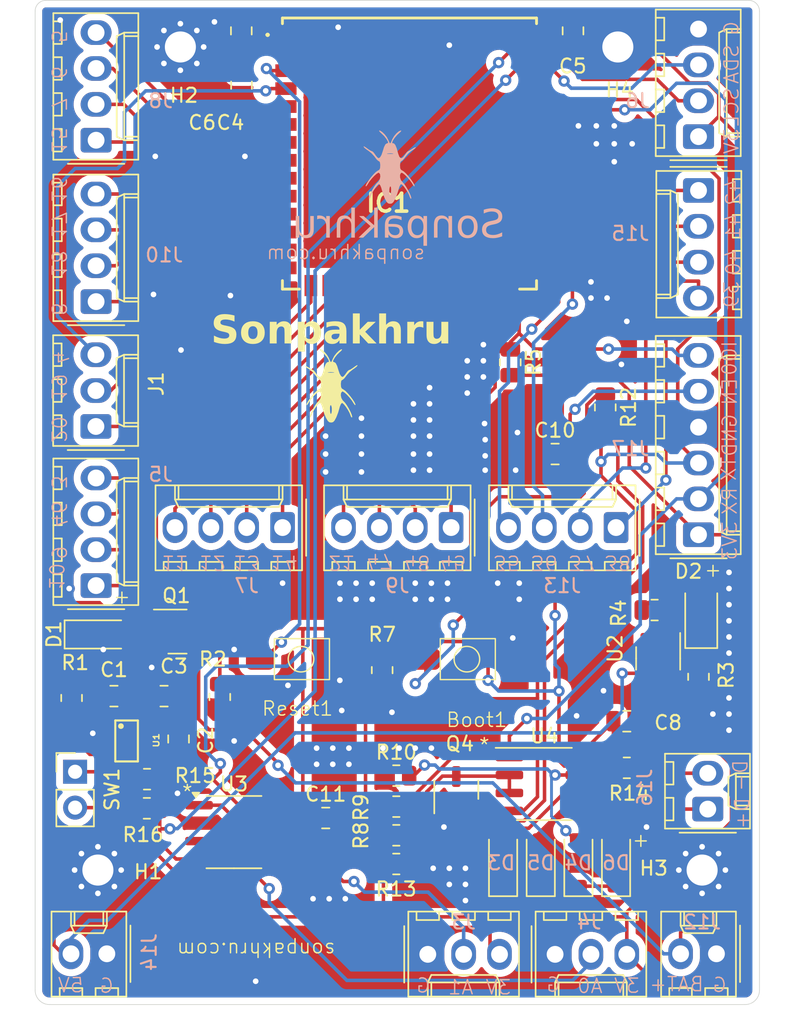
<source format=kicad_pcb>
(kicad_pcb (version 20240108) (generator "pcbnew") (generator_version "8.0")
  (layers (0 "F.Cu" signal) (31 "B.Cu" signal) (34 "B.Paste" user) (35 "F.Paste" user) (36 "B.SilkS" user "B.Silkscreen") (37 "F.SilkS" user "F.Silkscreen") (38 "B.Mask" user) (39 "F.Mask" user) (44 "Edge.Cuts" user))
  (net 0 "")
  (net 1 "Net-(D1-K)")
  (net 2 "GND")
  (net 3 "+3V3")
  (net 4 "/EN")
  (net 5 "/IO0")
  (net 6 "VBUS")
  (net 7 "Net-(D2-A)")
  (net 8 "/IO4")
  (net 9 "/IO13")
  (net 10 "/IO46")
  (net 11 "/IO37")
  (net 12 "/IO35")
  (net 13 "/IO15")
  (net 14 "/IO19")
  (net 15 "/IO45")
  (net 16 "/IO41")
  (net 17 "/IO40")
  (net 18 "/IO42")
  (net 19 "/IO20")
  (net 20 "/IO36")
  (net 21 "/IO14")
  (net 22 "/IO39")
  (net 23 "/IO47")
  (net 24 "/IO6")
  (net 25 "/IO7")
  (net 26 "/IO10")
  (net 27 "/IO18")
  (net 28 "/IO21")
  (net 29 "/IO5")
  (net 30 "/IO3")
  (net 31 "/IO17")
  (net 32 "/IO9")
  (net 33 "/IO12")
  (net 34 "/IO48")
  (net 35 "/IO11")
  (net 36 "/IO16")
  (net 37 "/IO8")
  (net 38 "/IO38")
  (net 39 "/RX")
  (net 40 "/TX")
  (net 41 "/SDA")
  (net 42 "/SCL")
  (net 43 "/A1")
  (net 44 "/A0")
  (net 45 "+BATT")
  (net 46 "Net-(U1-EN)")
  (net 47 "Net-(U2-PROG)")
  (net 48 "Net-(U2-STAT)")
  (net 49 "Net-(D3-K)")
  (net 50 "/D+")
  (net 51 "Net-(D4-K)")
  (net 52 "/D-")
  (net 53 "Net-(Q4-B)")
  (net 54 "Net-(Q4-C)")
  (net 56 "Net-(SW1-A)")
  (footprint "MountingHole:MountingHole_2.2mm_M2_Pad_Via" (layer "F.Cu") (at 116.205 40.894)
    (property "Reference" "H2")
    (property "Value" "mounting hole")
  )
  (footprint "Connector_Molex:Molex_KK-254_AE-6410-02A_1x02_P2.54mm_Vertical" (layer "F.Cu") (at 110.998 105.116 180)
    (property "Reference" "J14")
    (property "Value" "PWR")
  )
  (footprint "Diode_SMD:D_SOD-123" (layer "F.Cu") (at 144.399 98.679 90)
    (property "Reference" "D4")
    (property "Value" "MBR0540")
  )
  (footprint "Connector_Molex:Molex_KK-254_AE-6410-04A_1x04_P2.54mm_Vertical" (layer "F.Cu") (at 110.236 58.928 90)
    (property "Reference" "J10")
    (property "Value" "EXT2")
  )
  (footprint "Capacitor_SMD:C_0805_2012Metric" (layer "F.Cu") (at 111.5 86.868 180)
    (property "Reference" "C1")
    (property "Value" "10uF")
  )
  (footprint "Diode_SMD:D_SOD-123" (layer "F.Cu") (at 139.065 98.679 90)
    (property "Reference" "D3")
    (property "Value" "MBR0540")
  )
  (footprint "Package_SO:SOIC-8_3.9x4.9mm_P1.27mm" (layer "F.Cu") (at 141.986 93.091)
    (property "Reference" "U4")
    (property "Value" "MAX485E")
  )
  (footprint "Resistor_SMD:R_0805_2012Metric" (layer "F.Cu") (at 152.908 85.5 -90)
    (property "Reference" "R3")
    (property "Value" "5.1K")
  )
  (footprint "Diode_SMD:D_SOD-123" (layer "F.Cu") (at 147.066 98.679 90)
    (property "Reference" "D6")
    (property "Value" "MBR0540")
  )
  (footprint "Connector_Molex:Molex_KK-254_AE-6410-04A_1x04_P2.54mm_Vertical" (layer "F.Cu") (at 152.908 51.054 -90)
    (property "Reference" "J15")
    (property "Value" "EXT8")
  )
  (footprint "Connector_Molex:Molex_KK-254_AE-6410-04A_1x04_P2.54mm_Vertical" (layer "F.Cu") (at 135.382 74.93 180)
    (property "Reference" "J9")
    (property "Value" "EXT6")
  )
  (footprint "MountingHole:MountingHole_2.2mm_M2_DIN965_Pad" (layer "F.Cu") (at 147.193 40.894)
    (property "Reference" "H4")
    (property "Value" "MountingHole_Pad")
  )
  (footprint "Connector_Molex:Molex_KK-254_AE-6410-03A_1x03_P2.54mm_Vertical" (layer "F.Cu") (at 142.748 105.156)
    (property "Reference" "J4")
    (property "Value" "ADC1")
  )
  (footprint "KiCad:ESP32S3WROOM1UN4" (layer "F.Cu") (at 132.434 48.442)
    (property "Reference" "IC1")
    (property "Value" "ESP32-S3-WROOM-1U-N4" (hide yes))
  )
  (footprint "Connector_Molex:Molex_KK-254_AE-6410-03A_1x03_P2.54mm_Vertical" (layer "F.Cu") (at 110.222362 67.769899 90)
    (property "Reference" "J1")
    (property "Value" "ADC1")
  )
  (footprint "Resistor_SMD:R_0805_2012Metric" (layer "F.Cu") (at 131.5 92.5)
    (property "Reference" "R10")
    (property "Value" "20K")
  )
  (footprint "Capacitor_SMD:C_0805_2012Metric" (layer "F.Cu") (at 116.078 89.903 -90)
    (property "Reference" "C2")
    (property "Value" "10uF")
  )
  (footprint "Connector_Molex:Molex_KK-254_AE-6410-04A_1x04_P2.54mm_Vertical" (layer "F.Cu") (at 147.066 74.93 180)
    (property "Reference" "J13")
    (property "Value" "EXT7")
  )
  (footprint "Connector_Molex:Molex_KK-254_AE-6410-04A_1x04_P2.54mm_Vertical" (layer "F.Cu") (at 123.444 74.93 180)
    (property "Reference" "J7")
    (property "Value" "EXT5")
  )
  (footprint "logo:sonpakaharu" (layer "F.Cu") (at 126.873 64.897)
    (property "Reference" "sp" (hide yes))
    (property "Value" "LOGO" (hide yes))
  )
  (footprint "AP2112K_3_3TRG1:SOT25" (layer "F.Cu") (at 112.395 90.043 -90)
    (property "Reference" "U1")
    (property "Value" "AP2112K-3.3TRG1" (hide yes))
  )
  (footprint "Capacitor_SMD:C_0805_2012Metric" (layer "F.Cu") (at 147.828 88.646 180)
    (property "Reference" "C8")
    (property "Value" "1uF")
  )
  (footprint "Connector_PinHeader_2.54mm:PinHeader_1x02_P2.54mm_Vertical" (layer "F.Cu") (at 108.75 92.225)
    (property "Reference" "SW1")
    (property "Value" "ON/OFF")
  )
  (footprint "Resistor_SMD:R_0805_2012Metric" (layer "F.Cu") (at 139.57277 63.226091 -90)
    (property "Reference" "R5")
    (property "Value" "10K")
  )
  (footprint "tactile_5.4:tactile_5.4" (layer "F.Cu") (at 124.75 84.25)
    (property "Reference" "Reset1")
    (property "Value" "Reset")
  )
  (footprint "Resistor_SMD:R_0805_2012Metric" (layer "F.Cu") (at 108.5 87 90)
    (property "Reference" "R1")
    (property "Value" "100K")
  )
  (footprint "Capacitor_SMD:C_0805_2012Metric" (layer "F.Cu") (at 115.049 86.868)
    (property "Reference" "C3")
    (property "Value" "10uF")
  )
  (footprint "Package_TO_SOT_SMD:SOT-23" (layer "F.Cu") (at 135.75 93.5 90)
    (property "Reference" "Q4")
    (property "Value" "S8050")
  )
  (footprint "Diode_SMD:D_SOD-123" (layer "F.Cu") (at 110.364 82.5)
    (property "Reference" "D1")
    (property "Value" "MBR0540")
  )
  (footprint "Resistor_SMD:R_0805_2012Metric" (layer "F.Cu") (at 130.5 85.027 -90)
    (property "Reference" "R7")
    (property "Value" "10K")
  )
  (footprint "Connector_Molex:Molex_KK-254_AE-6410-06A_1x06_P2.54mm_Vertical" (layer "F.Cu") (at 152.908 75.438 90)
    (property "Reference" "J17")
    (property "Value" "ESP PRG")
  )
  (footprint "Package_SO:SOIC-8_3.9x4.9mm_P1.27mm" (layer "F.Cu") (at 120 96.5)
    (property "Reference" "U3")
    (property "Value" "MCP3426Axx-xSN")
  )
  (footprint "Connector_Molex:Molex_KK-254_AE-6410-04A_1x04_P2.54mm_Vertical" (layer "F.Cu") (at 152.908 47.244 90)
    (property "Reference" "J6")
    (property "Value" "I2C")
  )
  (footprint "Connector_Molex:Molex_KK-254_AE-6410-03A_1x03_P2.54mm_Vertical" (layer "F.Cu") (at 133.731 105.156)
    (property "Reference" "J3")
    (property "Value" "ADC2")
  )
  (footprint "Capacitor_SMD:C_0805_2012Metric" (layer "F.Cu") (at 120.534954 43.601047 -90)
    (property "Reference" "C4")
    (property "Value" "10uF")
  )
  (footprint "Resistor_SMD:R_0805_2012Metric" (layer "F.Cu") (at 147.828 91.948)
    (property "Reference" "R14")
    (property "Value" "10K")
  )
  (footprint "Connector_Molex:Molex_KK-254_AE-6410-02A_1x02_P2.54mm_Vertical" (layer "F.Cu") (at 153.563 94.869 90)
    (property "Reference" "J16")
    (property "Value" "485")
  )
  (footprint "Resistor_SMD:R_0805_2012Metric" (layer "F.Cu") (at 131.5 98.7575 180)
    (property "Reference" "R13")
    (property "Value" "20K")
  )
  (footprint "Package_TO_SOT_SMD:SOT-23" (layer "F.Cu") (at 116 82.296)
    (property "Reference" "Q1")
    (property "Value" "DMG3415U")
  )
  (footprint "tactile_5.4:tactile_5.4" (layer "F.Cu") (at 136.5 84.25)
    (property "Reference" "Boot1")
    (property "Value" "Boot")
  )
  (footprint "Connector_Molex:Molex_KK-254_AE-6410-02A_1x02_P2.54mm_Vertical" (layer "F.Cu") (at 154.178 105.116 180)
    (property "Reference" "J12")
    (property "Value" "BATT")
  )
  (footprint "Resistor_SMD:R_0805_2012Metric" (layer "F.Cu") (at 146.304 66.421 -90)
    (property "Reference" "R12")
    (property "Value" "10K")
  )
  (footprint "Connector_Molex:Molex_KK-254_AE-6410-04A_1x04_P2.54mm_Vertical" (layer "F.Cu") (at 110.236 79.04 90)
    (property "Reference" "J5")
    (property "Value" "EXT4")
  )
  (footprint "Connector_Molex:Molex_KK-254_AE-6410-04A_1x04_P2.54mm_Vertical" (layer "F.Cu") (at 110.236 47.498 90)
    (property "Reference" "J8")
    (property "Value" "EXT1")
  )
  (footprint "Resistor_SMD:R_0805_2012Metric" (layer "F.Cu") (at 113.831593 94.813377)
    (property "Reference" "R16")
    (property "Value" "10K")
  )
  (footprint "Package_TO_SOT_SMD:SOT-23-5" (layer "F.Cu") (at 150.048 84.1955 -90)
    (property "Reference" "U2")
    (property "Value" "MCP73831-2-OT")
  )
  (footprint "Capacitor_SMD:C_0805_2012Metric" (layer "F.Cu") (at 144.018 39.751 -90)
    (property "Reference" "C5")
    (property "Value" "10uF")
  )
  (footprint "Resistor_SMD:R_0805_2012Metric" (layer "F.Cu") (at 113.844401 92.75)
    (property "Reference" "R15")
    (property "Value" "10K")
  )
  (footprint "MountingHole:MountingHole_2.2mm_M2_Pad_Via" (layer "F.Cu") (at 153.162 99.187)
    (property "Reference" "H3")
    (property "Value" "MountingHole_Pad")
  )
  (footprint "Resistor_SMD:R_0805_2012Metric" (layer "F.Cu") (at 119 86.931 90)
    (property "Reference" "R2")
    (property "Value" "100K")
  )
  (footprint "Diode_SMD:D_SOD-123" (layer "F.Cu") (at 141.732 98.679 90)
    (property "Reference" "D5")
    (property "Value" "MBR0540")
  )
  (footprint "Resistor_SMD:R_0805_2012Metric" (layer "F.Cu") (at 131.5 96.7255)
    (property "Reference" "R8")
    (property "Value" "10K")
  )
  (footprint "Resistor_SMD:R_0805_2012Metric" (layer "F.Cu") (at 131.5 94.6935)
    (property "Reference" "R9")
    (property "Value" "10K")
  )
  (footprint "Capacitor_SMD:C_0805_2012Metric" (layer "F.Cu") (at 126.5 95.5)
    (property "Reference" "C11")
    (property "Value" "1uF")
  )
  (footprint "Capacitor_SMD:C_0805_2012Metric" (layer "F.Cu") (at 120.523 39.751 90)
    (property "Reference" "C6")
    (property "Value" "1uF")
  )
  (footprint "Resistor_SMD:R_0805_2012Metric" (layer "F.Cu") (at 149.797 80.772 180)
    (property "Reference" "R4")
    (property "Value" "5.1K")
  )
  (footprint "Capacitor_SMD:C_0805_2012Metric" (layer "F.Cu") (at 142.748 69.723)
    (property "Reference" "C10")
    (property "Value" "1uF")
  )
  (footprint "LED_SMD:LED_1206_3216Metric" (layer "F.Cu") (at 153.101011 81.183905 90)
    (property "Reference" "D2")
    (property "Value" "orange")
  )
  (footprint "MountingHole:MountingHole_2.2mm_M2_Pad_Via" (layer "F.Cu") (at 110.363 99.187)
    (property "Reference" "H1")
    (property "Value" "MountingHole_Pad")
  )
  (footprint "logo:sonpakaharu" (layer "B.Cu") (at 131.064 49.403 180)
    (property "Reference" "spb" (hide yes))
    (property "Value" "LOGO" (hide yes))
  )
  (gr_arc (start 156.464 37.592) (mid 157.002815 37.815185) (end 157.226 38.354) (stroke (width 0.05)) (layer "Edge.Cuts"))
  (gr_line (start 157.226 107.696) (end 157.226 38.354) (stroke (width 0.05)) (layer "Edge.Cuts"))
  (gr_line (start 156.464 37.592) (end 106.68 37.592) (stroke (width 0.05)) (layer "Edge.Cuts"))
  (gr_arc (start 105.918 38.354) (mid 106.141185 37.815185) (end 106.68 37.592) (stroke (width 0.05)) (layer "Edge.Cuts"))
  (gr_line (start 105.918 38.354) (end 105.918 107.696) (stroke (width 0.05)) (layer "Edge.Cuts"))
  (gr_arc (start 106.934 108.712) (mid 106.21558 108.41442) (end 105.918 107.696) (stroke (width 0.05)) (layer "Edge.Cuts"))
  (gr_line (start 106.934 108.712) (end 156.21 108.712) (stroke (width 0.05)) (layer "Edge.Cuts"))
  (gr_arc (start 157.226 107.696) (mid 156.92842 108.41442) (end 156.21 108.712) (stroke (width 0.05)) (layer "Edge.Cuts"))
  (gr_text "5V" (at 109.402526 107.927788 0) (layer "B.SilkS") (effects (font (size 1 1) (thickness 0.1)) (justify left bottom mirror)))
  (gr_text "G" (at 155.829 38.989 90) (layer "B.SilkS") (effects (font (size 1 1) (thickness 0.1)) (justify left bottom mirror)))
  (gr_text "9" (at 107 77.25 270) (layer "B.SilkS") (effects (font (size 1 1) (thickness 0.1)) (justify left bottom mirror)))
  (gr_text "D+" (at 156.591 93.98 90) (layer "B.SilkS") (effects (font (size 1 1) (thickness 0.1)) (justify left bottom mirror)))
  (gr_text "EN" (at 155.702 64.262 90) (layer "B.SilkS") (effects (font (size 1 1) (thickness 0.1)) (justify left bottom mirror)))
  (gr_text "38" (at 146.177 76.835 180) (layer "B.SilkS") (effects (font (size 1 1) (thickness 0.1)) (justify left bottom mirror)))
  (gr_text "G" (at 133.985 107.95 0) (layer "B.SilkS") (effects (font (size 1 1) (thickness 0.1)) (justify left bottom mirror)))
  (gr_text "10" (at 106.826596 79.40142 -90) (layer "B.SilkS") (effects (font (size 1 1) (thickness 0.1)) (justify left bottom mirror)))
  (gr_text "7" (at 107 45.5 270) (layer "B.SilkS") (effects (font (size 1 1) (thickness 0.1)) (justify left bottom mirror)))
  (gr_text "sonpakhru.com" (at 133.604 56.007 0) (layer "B.SilkS") (effects (font (size 1 1) (thickness 0.1)) (justify left bottom mirror)))
  (gr_text "A0" (at 146.1847 107.983745 0) (layer "B.SilkS") (effects (font (size 1 1) (thickness 0.1)) (justify left bottom mirror)))
  (gr_text "48" (at 131.953 76.835 180) (layer "B.SilkS") (effects (font (size 1 1) (thickness 0.1)) (justify left bottom mirror)))
  (gr_text "11" (at 114.808 76.835 180) (layer "B.SilkS") (effects (font (size 1 1) (thickness 0.1)) (justify left bottom mirror)))
  (gr_text "TX" (at 155.639529 69.846871 90) (layer "B.SilkS") (effects (font (size 1 1) (thickness 0.1)) (justify left bottom mirror)))
  (gr_text "3V" (at 139.7 108.077 0) (layer "B.SilkS") (effects (font (size 1 1) (thickness 0.1)) (justify left bottom mirror)))
  (gr_text "41" (at 155.956 52.578 90) (layer "B.SilkS") (effects (font (size 1 1) (thickness 0.1)) (justify left bottom mirror)))
  (gr_text "4" (at 107.108545 63.451113 270) (layer "B.SilkS") (effects (font (size 1 1) (thickness 0.1)) (justify left bottom mirror)))
  (gr_text "17" (at 107 54.5 270) (layer "B.SilkS") (effects (font (size 1 1) (thickness 0.1)) (justify left bottom mirror)))
  (gr_text "15" (at 107 48.5 270) (layer "B.SilkS") (effects (font (size 1 1) (thickness 0.1)) (justify left bottom mirror)))
  (gr_text "SDA" (at 155.829 40.64 90) (layer "B.SilkS") (effects (font (size 1 1) (thickness 0.1)) (justify left bottom mirror)))
  (gr_text "47" (at 129.286 76.708 180) (layer "B.SilkS") (effects (font (size 1 1) (thickness 0.1)) (justify left bottom mirror)))
  (gr_text "SCL" (at 155.829 43.688 90) (layer "B.SilkS") (effects (font (size 1 1) (thickness 0.1)) (justify left bottom mirror)))
  (gr_text "Sonpakhru" (at 139.192 54.737 0) (layer "B.SilkS") (effects (font (size 2 2) (thickness 0.1)) (justify left bottom mirror)))
  (gr_text "16" (at 107 52 270) (layer "B.SilkS") (effects (font (size 1 1) (thickness 0.1)) (justify left bottom mirror)))
  (gr_text "GND" (at 155.702 66.802 90) (layer "B.SilkS") (effects (font (size 1 1) (thickness 0.1)) (justify left bottom mirror)))
  (gr_text "21" (at 126.619 76.835 180) (layer "B.SilkS") (effects (font (size 1 1) (thickness 0.1)) (justify left bottom mirror)))
  (gr_text "46" (at 107 75 270) (layer "B.SilkS") (effects (font (size 1 1) (thickness 0.1)) (justify left bottom mirror)))
  (gr_text "13" (at 119.888 76.835 180) (layer "B.SilkS") (effects (font (size 1 1) (thickness 0.1)) (justify left bottom mirror)))
  (gr_text "D-" (at 156.464 91.313 90) (layer "B.SilkS") (effects (font (size 1 1) (thickness 0.1)) (justify left bottom mirror)))
  (gr_text "3V3" (at 155.702 74.422 90) (layer "B.SilkS") (effects (font (size 1 1) (thickness 0.1)) (justify left bottom mirror)))
  (gr_text "G" (at 154.969895 107.909136 0) (layer "B.SilkS") (effects (font (size 1 1) (thickness 0.1)) (justify left bottom mirror)))
  (gr_text "6" (at 107 43.25 270) (layer "B.SilkS") (effects (font (size 1 1) (thickness 0.1)) (justify left bottom mirror)))
  (gr_text "19" (at 107 66 270) (layer "B.SilkS") (effects (font (size 1 1) (thickness 0.1)) (justify left bottom mirror)))
  (gr_text "45" (at 134.493 76.835 180) (layer "B.SilkS") (effects (font (size 1 1) (thickness 0.1)) (justify left bottom mirror)))
  (gr_text "BAT+" (at 153.347152 107.853179 0) (layer "B.SilkS") (effects (font (size 1 1) (thickness 0.1)) (justify left bottom mirror)))
  (gr_text "5" (at 107.003821 40.693731 270) (layer "B.SilkS") (effects (font (size 1 1) (thickness 0.1)) (justify left bottom mirror)))
  (gr_text "3V" (at 148.796011 107.965093 0) (layer "B.SilkS") (effects (font (size 1 1) (thickness 0.1)) (justify left bottom mirror)))
  (gr_text "18" (at 107 57.25 270) (layer "B.SilkS") (effects (font (size 1 1) (thickness 0.1)) (justify left bottom mirror)))
  (gr_text "35" (at 138.303 76.835 180) (layer "B.SilkS") (effects (font (size 1 1) (thickness 0.1)) (justify left bottom mirror)))
  (gr_text "14" (at 122.555 76.835 180) (layer "B.SilkS") (effects (font (size 1 1) (thickness 0.1)) (justify left bottom mirror)))
  (gr_text "12" (at 117.475 76.835 180) (layer "B.SilkS") (effects (font (size 1 1) (thickness 0.1)) (justify left bottom mirror)))
  (gr_text "G" (at 143.200345 107.890484 0) (layer "B.SilkS") (effects (font (size 1 1) (thickness 0.1)) (justify left bottom mirror)))
  (gr_text "20" (at 107 69 270) (layer "B.SilkS") (effects (font (size 1 1) (thickness 0.1)) (justify left bottom mirror)))
  (gr_text "36" (at 140.97 76.835 180) (layer "B.SilkS") (effects (font (size 1 1) (thickness 0.1)) (justify left bottom mirror)))
  (gr_text "40" (at 155.956 55.118 90) (layer "B.SilkS") (effects (font (size 1 1) (thickness 0.1)) (justify left bottom mirror)))
  (gr_text "A1" (at 137.033 108.077 0) (layer "B.SilkS") (effects (font (size 1 1) (thickness 0.1)) (justify left bottom mirror)))
  (gr_text "RX" (at 155.702 72.009 90) (layer "B.SilkS") (effects (font (size 1 1) (thickness 0.1)) (justify left bottom mirror)))
  (gr_text "37" (at 143.637 76.835 180) (layer "B.SilkS") (effects (font (size 1 1) (thickness 0.1)) (justify left bottom mirror)))
  (gr_text "39" (at 155.829 57.404 90) (layer "B.SilkS") (effects (font (size 1 1) (thickness 0.1)) (justify left bottom mirror)))
  (gr_text "G" (at 111.547531 107.965093 0) (layer "B.SilkS") (effects (font (size 1 1) (thickness 0.1)) (justify left bottom mirror)))
  (gr_text "42" (at 155.956 50.165 90) (layer "B.SilkS") (effects (font (size 1 1) (thickness 0.1)) (justify left bottom mirror)))
  (gr_text "3V" (at 155.829 46.609 90) (layer "B.SilkS") (effects (font (size 1 1) (thickness 0.1)) (justify left bottom mirror)))
  (gr_text "3" (at 107 72.25 270) (layer "B.SilkS") (effects (font (size 1 1) (thickness 0.1)) (justify left bottom mirror)))
  (gr_text "8" (at 107 60 270) (layer "B.SilkS") (effects (font (size 1 1) (thickness 0.1)) (justify left bottom mirror)))
  (gr_text "IO0" (at 155.687339 61.635382 90) (layer "B.SilkS") (effects (font (size 1 1) (thickness 0.1)) (justify left bottom mirror)))
  (gr_text "+" (at 153.25 78.5 0) (layer "F.SilkS") (effects (font (size 1 1) (thickness 0.1)) (justify left bottom)))
  (gr_text "+" (at 111.379 80.391 0) (layer "F.SilkS") (effects (font (size 1 1) (thickness 0.1)) (justify left bottom)))
  (gr_text "sonpakhru.com" (at 127.25 104.25 180) (layer "F.SilkS") (effects (font (size 1 1) (thickness 0.1)) (justify left bottom)))
  (gr_text "*" (at 116.25 94.25 0) (layer "F.SilkS") (effects (font (size 1 1) (thickness 0.1)) (justify left bottom)))
  (gr_text "+" (at 148.137548 97.632397 0) (layer "F.SilkS") (effects (font (size 1 1) (thickness 0.1)) (justify left bottom)))
  (gr_text "*" (at 137.287 90.932 0) (layer "F.SilkS") (effects (font (size 1 1) (thickness 0.1)) (justify left bottom)))
  (gr_text "Sonpakhru" (at 118.364 62.23 0) (layer "F.SilkS") (effects (font (size 2 2) (thickness 0.2) (bold yes)) (justify left bottom)))
  (segment (start 111.191 89.093) (end 111.195 89.093) (width 0.25) (layer "F.Cu") (net 1))
  (segment (start 112.522 83.728) (end 112.522 87.249) (width 0.25) (layer "F.Cu") (net 1))
  (segment (start 115.0625 83.246) (end 113.004 83.246) (width 0.25) (layer "F.Cu") (net 1))
  (segment (start 108.966 86.1465) (end 108.966 86.234) (width 0.25) (layer "F.Cu") (net 1))
  (segment (start 111.195 88.576) (end 110.101 88.576) (width 0.25) (layer "F.Cu") (net 1))
  (segment (start 111.195 89.093) (end 111.195 88.576) (width 0.25) (layer "F.Cu") (net 1))
  (segment (start 108.5 86.0875) (end 109.525 87.1125) (width 0.25) (layer "F.Cu") (net 1))
  (segment (start 109.525 87.1125) (end 109.525 88) (width 0.25) (layer "F.Cu") (net 1))
  (segment (start 108.714 85.8735) (end 108.5 86.0875) (width 0.25) (layer "F.Cu") (net 1))
  (segment (start 110.101 88.576) (end 109.525 88) (width 0.25) (layer "F.Cu") (net 1))
  (segment (start 112.522 87.249) (end 111.195 88.576) (width 0.25) (layer "F.Cu") (net 1))
  (segment (start 108.714 82.5) (end 108.714 85.8735) (width 0.25) (layer "F.Cu") (net 1))
  (segment (start 113.004 83.246) (end 112.522 83.728) (width 0.25) (layer "F.Cu") (net 1))
  (segment (start 110.998 105.116) (end 110.998 101.472) (width 0.25) (layer "F.Cu") (net 2))
  (segment (start 150.5 84.25) (end 152.5705 84.25) (width 0.25) (layer "F.Cu") (net 2))
  (segment (start 110 89.5) (end 110 89.75) (width 0.25) (layer "F.Cu") (net 2))
  (segment (start 127.75 84.25) (end 127.75 85.5) (width 0.25) (layer "F.Cu") (net 2))
  (segment (start 139.75 84) (end 139.5 84.25) (width 0.25) (layer "F.Cu") (net 2))
  (segment (start 152.5705 84.25) (end 152.908 84.5875) (width 0.25) (layer "F.Cu") (net 2))
  (segment (start 110.998 101.472) (end 110.363 100.837) (width 0.25) (layer "F.Cu") (net 2))
  (segment (start 139.75 82.75) (end 139.75 84) (width 0.25) (layer "F.Cu") (net 2))
  (segment (start 127.75 85.5) (end 127.5 85.75) (width 0.25) (layer "F.Cu") (net 2))
  (segment (start 150.048 83.058) (end 150.048 83.798) (width 0.25) (layer "F.Cu") (net 2))
  (segment (start 150.048 83.798) (end 150.5 84.25) (width 0.25) (layer "F.Cu") (net 2))
  (via (at 127 90.551) (size 0.8) (drill 0.4) (layers "F.Cu" "B.Cu") (net 2))
  (via (at 127.508 80.01) (size 0.8) (drill 0.4) (layers "F.Cu" "B.Cu") (net 2))
  (via (at 135.255 99.06) (size 0.8) (drill 0.4) (layers "F.Cu" "B.Cu") (net 2))
  (via (at 136.525 64.262) (size 0.8) (drill 0.4) (layers "F.Cu" "B.Cu") (net 2))
  (via (at 132.842 90.551) (size 0.8) (drill 0.4) (layers "F.Cu" "B.Cu") (net 2))
  (via (at 114.173 84.836) (size 0.8) (drill 0.4) (layers "F.Cu" "B.Cu") (net 2))
  (via (at 147.447 63.373) (size 0.8) (drill 0.4) (layers "F.Cu" "B.Cu") (net 2))
  (via (at 155.067 81.534) (size 0.8) (drill 0.4) (layers "F.Cu" "B.Cu") (net 2))
  (via (at 145.288 57.531) (size 0.8) (drill 0.4) (layers "F.Cu" "B.Cu") (net 2))
  (via (at 126.492 68.453) (size 0.8) (drill 0.4) (layers "F.Cu" "B.Cu") (net 2))
  (via (at 132.715 68.453) (size 0.8) (drill 0.4) (layers "F.Cu" "B.Cu") (net 2))
  (via (at 127.381 39.497) (size 0.8) (drill 0.4) (layers "F.Cu" "B.Cu") (net 2))
  (via (at 132.842 78.867) (size 0.8) (drill 0.4) (layers "F.Cu" "B.Cu") (net 2))
  (via (at 140.208 80.01) (size 0.8) (drill 0.4) (layers "F.Cu" "B.Cu") (net 2))
  (via (at 144.272 88.265) (size 0.8) (drill 0.4) (layers "F.Cu" "B.Cu") (net 2))
  (via (at 127.635 87.884) (size 0.8) (drill 0.4) (layers "F.Cu" "B.Cu") (net 2))
  (via (at 131.699 90.551) (size 0.8) (drill 0.4) (layers "F.Cu" "B.Cu") (net 2))
  (via (at 137.668 64.262) (size 0.8) (drill 0.4) (layers "F.Cu" "B.Cu") (net 2))
  (via (at 114.3 58.42) (size 0.8) (drill 0.4) (layers "F.Cu" "B.Cu") (net 2))
  (via (at 125.857 91.694) (size 0.8) (drill 0.4) (layers "F.Cu" "B.Cu") (net 2))
  (via (at 119.75 58.5) (size 0.8) (drill 0.4) (layers "F.Cu" "B.Cu") (net 2))
  (via (at 155.067 78.105) (size 0.8) (drill 0.4) (layers "F.Cu" "B.Cu") (net 2))
  (via (at 135.255 100.203) (size 0.8) (drill 0.4) (layers "F.Cu" "B.Cu") (net 2))
  (via (at 120.015 90.043) (size 0.8) (drill 0.4) (layers "F.Cu" "B.Cu") (net 2))
  (via (at 108.331 79.248) (size 0.8) (drill 0.4) (layers "F.Cu" "B.Cu") (net 2))
  (via (at 139.75 82.75) (size 0.8) (drill 0.4) (layers "F.Cu" "B.Cu") (net 2))
  (via (at 118.618 39.116) (size 0.8) (drill 0.4) (layers "F.Cu" "B.Cu") (net 2))
  (via (at 114.427 48.641) (size 0.8) (drill 0.4) (layers "F.Cu" "B.Cu") (net 2))
  (via (at 145.669 46.482) (size 0.8) (drill 0.4) (layers "F.Cu" "B.Cu") (net 2))
  (via (at 155.067 80.391) (size 0.8) (drill 0.4) (layers "F.Cu" "B.Cu") (net 2))
  (via (at 137.795 68.707) (size 0.8) (drill 0.4) (layers "F.Cu" "B.Cu") (net 2))
  (via (at 110.744 83.566) (size 0.8) (drill 0.4) (layers "F.Cu" "B.Cu") (net 2))
  (via (at 121.539 107.061) (size 0.8) (drill 0.4) (layers "F.Cu" "B.Cu") (net 2))
  (via (at 135.128 80.01) (size 0.8) (drill 0.4) (layers "F.Cu" "B.Cu") (net 2))
  (via (at 155.067 86.995) (size 0.8) (drill 0.4) (layers "F.Cu" "B.Cu") (net 2))
  (via (at 128.651 78.867) (size 0.8) (drill 0.4) (layers "F.Cu" "B.Cu") (net 2))
  (via (at 146.939 47.752) (size 0.8) (drill 0.4) (layers "F.Cu" "B.Cu") (net 2))
  (via (at 139.954 70.866) (size 0.8) (drill 0.4) (layers "F.Cu" "B.Cu") (net 2))
  (via (at 136.398 100.203) (size 0.8) (drill 0.4) (layers "F.Cu" "B.Cu") (net 2))
  (via (at 136.398 99.06) (size 0.8) (drill 0.4) (layers "F.Cu" "B.Cu") (net 2))
  (via (at 133.858 67.31) (size 0.8) (drill 0.4) (layers "F.Cu" "B.Cu") (net 2))
  (via (at 155.067 89.281) (size 0.8) (drill 0.4) (layers "F.Cu" "B.Cu") (net 2))
  (via (at 107.696 38.989) (size 0.8) (drill 0.4) (layers "F.Cu" "B.Cu") (net 2))
  (via (at 134.874 96.139) (size 0.8) (drill 0.4) (layers "F.Cu" "B.Cu") (net 2))
  (via (at 125.857 90.551) (size 0.8) (drill 0.4) (layers "F.Cu" "B.Cu") (net 2))
  (via (at 116.25 62.357) (size 0.8) (drill 0.4) (layers "F.Cu" "B.Cu") (net 2))
  (via (at 135.255 40.767) (size 0.8) (drill 0.4) (layers "F.Cu" "B.Cu") (net 2))
  (via (at 155.067 83.82) (size 0.8) (drill 0.4) (layers "F.Cu" "B.Cu") (net 2))
  (via (at 155.067 82.677) (size 0.8) (drill 0.4) (layers "F.Cu" "B.Cu") (net 2))
  (via (at 132.715 66.167) (size 0.8) (drill 0.4) (layers "F.Cu" "B.Cu") (net 2))
  (via (at 132.842 80.01) (size 0.8) (drill 0.4) (layers "F.Cu" "B.Cu") (net 2))
  (via (at 127.508 78.867) (size 0.8) (drill 0.4) (layers "F.Cu" "B.Cu") (net 2))
  (via (at 136.525 65.405) (size 0.8) (drill 0.4) (layers "F.Cu" "B.Cu") (net 2))
  (via (at 129.032 68.453) (size 0.8) (drill 0.4) (layers "F.Cu" "B.Cu") (net 2))
  (via (at 136.525 63.119) (size 0.8) (drill 0.4) (layers "F.Cu" "B.Cu") (net 2))
  (via (at 146.431 58.674) (size 0.8) (drill 0.4) (layers "F.Cu" "B.Cu") (net 2))
  (via (at 133.858 66.167) (size 0.8) (drill 0.4) (layers "F.Cu" "B.Cu") (net 2))
  (via (at 120.015 83.566) (size 0.8) (drill 0.4) (layers "F.Cu" "B.Cu") (net 2))
  (via (at 138.684 78.867) (size 0.8) (drill 0.4) (layers "F.Cu" "B.Cu") (net 2))
  (via (at 133.858 69.723) (size 0.8) (drill 0.4) (layers "F.Cu" "B.Cu") (net 2))
  (via (at 126.492 69.723) (size 0.8) (drill 0.4) (layers "F.Cu" "B.Cu") (net 2))
  (via (at 128.651 80.01) (size 0.8) (drill 0.4) (layers "F.Cu" "B.Cu") (net 2))
  (via (at 146.939 49.022) (size 0.8) (drill 0.4) (layers "F.Cu" "B.Cu") (net 2))
  (via (at 146.177 86.487) (size 0.8) (drill 0.4) (layers "F.Cu" "B.Cu") (net 2))
  (via (at 129.032 67.183) (size 0.8) (drill 0.4) (layers "F.Cu" "B.Cu") (net 2))
  (via (at 128.143 91.694) (size 0.8) (drill 0.4) (layers "F.Cu" "B.Cu") (net 2))
  (via (at 136.398 101.346) (size 0.8) (drill 0.4) (layers "F.Cu" "B.Cu") (net 2))
  (via (at 137.668 61.976) (size 0.8) (drill 0.4) (layers "F.Cu" "B.Cu") (net 2))
  (via (at 130.556 90.551) (size 0.8) (drill 0.4) (layers "F.Cu" "B.Cu") (net 2))
  (via (at 134.112 99.06) (size 0.8) (drill 0.4) (layers "F.Cu" "B.Cu") (net 2))
  (via (at 153.924 88.138) (size 0.8) (drill 0.4) (layers "F.Cu" "B.Cu") (net 2))
  (via (at 125.603 101.219) (size 0.8) (drill 0.4) (layers "F.Cu" "B.Cu") (net 2))
  (via (at 137.668 63.119) (size 0.8) (drill 0.4) (layers "F.Cu" "B.Cu") (net 2))
  (via (at 133.985 90.551) (size 0.8) (drill 0.4) (layers "F.Cu" "B.Cu") (net 2))
  (via (at 140.081 68.199) (size 0.8) (drill 0.4) (layers "F.Cu" "B.Cu") (net 2))
  (via (at 137.795 70.866) (size 0.8) (drill 0.4) (layers "F.Cu" "B.Cu") (net 2))
  (via (at 155.067 88.138) (size 0.8) (drill 0.4) (layers "F.Cu" "B.Cu") (net 2))
  (via (at 140.208 78.867) (size 0.8) (drill 0.4) (layers "F.Cu" "B.Cu") (net 2))
  (via (at 145.669 47.752) (size 0.8) (drill 0.4) (layers "F.Cu" "B.Cu") (net 2))
  (via (at 135.128 78.867) (size 0.8) (drill 0.4) (layers "F.Cu" "B.Cu") (net 2))
  (via (at 127.5 85.75) (size 0.8) (drill 0.4) (layers "F.Cu" "B.Cu") (net 2))
  (via (at 137.75 67.564) (size 0.8) (drill 0.4) (layers "F.Cu" "B.Cu") (net 2))
  (via (at 126.492 70.993) (size 0.8) (drill 0.4) (layers "F.Cu" "B.Cu") (net 2))
  (via (at 126.746 101.219) (size 0.8) (drill 0.4) (layers "F.Cu" "B.Cu") (net 2))
  (via (at 146.939 46.482) (size 0.8) (drill 0.4) (layers "F.Cu" "B.Cu") (net 2))
  (via (at 129.032 70.993) (size 0.8) (drill 0.4) (layers "F.Cu" "B.Cu") (net 2))
  (via (at 132.715 69.723) (size 0.8) (drill 0.4) (layers "F.Cu" "B.Cu") (net 2))
  (via (at 123.825 86.106) (size 0.8) (drill 0.4) (layers "F.Cu" "B.Cu") (net 2))
  (via (at 137.795 69.85) (size 0.8) (drill 0.4) (layers "F.Cu" "B.Cu") (net 2))
  (via (at 129.794 78.867) (size 0.8) (drill 0.4) (layers "F.Cu" "B.Cu") (net 2))
  (via (at 110 89.5) (size 0.8) (drill 0.4) (layers "F.Cu" "B.Cu") (net 2))
  (via (at 133.858 70.866) (size 0.8) (drill 0.4) (layers "F.Cu" "B.Cu") (net 2))
  (via (at 149.225 96.139) (size 0.8) (drill 0.4) (layers "F.Cu" "B.Cu") (net 2))
  (via (at 116 93.75) (size 0.8) (drill 0.4) (layers "F.Cu" "B.Cu") (net 2))
  (via (at 147.828 60.325) (size 0.8) (drill 0.4) (layers "F.Cu" "B.Cu") (net 2))
  (via (at 133.985 78.867) (size 0.8) (drill 0.4) (layers "F.Cu" "B.Cu") (net 2))
  (via (at 127.889 101.219) (size 0.8) (drill 0.4) (layers "F.Cu" "B.Cu") (net 2))
  (via (at 129.032 69.723) (size 0.8) (drill 0.4) (layers "F.Cu" "B.Cu") (net 2))
  (via (at 144.399 46.482) (size 0.8) (drill 0.4) (layers "F.Cu" "B.Cu") (net 2))
  (via (at 133.858 65.024) (size 0.8) (drill 0.4) (layers "F.Cu" "B.Cu") (net 2))
  (via (at 129.794 80.01) (size 0.8) (drill 0.4) (layers "F.Cu" "B.Cu") (net 2))
  (via (at 127 91.694) (size 0.8) (drill 0.4) (layers "F.Cu" "B.Cu") (net 2))
  (via (at 120.777 48.641) (size 0.8) (drill 0.4) (layers "F.Cu" "B.Cu") (net 2))
  (via (at 132.715 70.866) (size 0.8) (drill 0.4) (layers "F.Cu" "B.Cu") (net 2))
  (via (at 128.143 90.551) (size 0.8) (drill 0.4) (layers "F.Cu" "B.Cu") (net 2))
  (via (at 155.067 79.248) (size 0.8) (drill 0.4) (layers "F.Cu" "B.Cu") (net 2))
  (via (at 133.858 68.453) (size 0.8) (drill 0.4) (layers "F.Cu" "B.Cu") (net 2))
  (via (at 145.288 58.674) (size 0.8) (drill 0.4) (layers "F.Cu" "B.Cu") (net 2))
  (via (at 133.985 80.01) (size 0.8) (drill 0.4) (layers "F.Cu" "B.Cu") (net 2))
  (via (at 123.444 78.867) (size 0.8) (drill 0.4) (layers "F.Cu" "B.Cu") (net 2))
  (via (at 132.715 67.31) (size 0.8) (drill 0.4) (layers "F.Cu" "B.Cu") (net 2))
  (via (at 131.191 88.011) (size 0.8) (drill 0.4) (layers "F.Cu" "B.Cu") (net 2))
  (via (at 148.209 47.752) (size 0.8) (drill 0.4) (layers "F.Cu" "B.Cu") (net 2))
  (segment (start 152.908 67.818) (end 152.908 67.4362) (width 0.25) (layer "B.Cu") (net 2))
  (segment (start 122.052 41.302) (end 121.451 40.701) (width 0.25) (layer "F.Cu") (net 3))
  (segment (start 117.525 97.135) (end 118.885 97.135) (width 0.25) (layer "F.Cu") (net 3))
  (segment (start 148.445 71.0149) (end 152.868 75.438) (width 0.25) (layer "F.Cu") (net 3))
  (segment (start 114.554 87.323) (end 114.099 86.868) (width 0.25) (layer "F.Cu") (net 3))
  (segment (start 156.146 75.5) (end 156.146 106.354) (width 0.25) (layer "F.Cu") (net 3))
  (segment (start 148.74 91.9043) (end 148.74 91.948) (width 0.25) (layer "F.Cu") (net 3))
  (segment (start 153.559 43.4355) (end 154.34 44.2172) (width 0.25) (layer "F.Cu") (net 3))
  (segment (start 154.5913 96.4087) (end 155.242 95.758) (width 0.25) (layer "F.Cu") (net 3))
  (segment (start 120.523 40.701) (end 120.61 40.6135) (width 0.25) (layer "F.Cu") (net 3))
  (segment (start 147.828 102.5) (end 147.828 102.172) (width 0.25) (layer "F.Cu") (net 3))
  (segment (start 130.5875 102.4125) (end 130.5 102.5) (width 0.25) (layer "F.Cu") (net 3))
  (segment (start 130.588 94.6935) (end 130.5875 94.6935) (width 0.25) (layer "F.Cu") (net 3))
  (segment (start 138.14 102.64) (end 138 102.5) (width 0.25) (layer "F.Cu") (net 3))
  (segment (start 138.811 105.156) (end 138.811 104.561) (width 0.25) (layer "F.Cu") (net 3))
  (segment (start 156.146 75.5) (end 156.146 47.6176) (width 0.25) (layer "F.Cu") (net 3))
  (segment (start 151.3413 96.4087) (end 154.5913 96.4087) (width 0.25) (layer "F.Cu") (net 3))
  (segment (start 144.018 38.976) (end 144.106 38.8885) (width 0.25) (layer "F.Cu") (net 3))
  (segment (start 130.588 98.4241) (end 130.588 98.5908) (width 0.25) (layer "F.Cu") (net 3))
  (segment (start 143.25 64.138591) (end 146.888591 64.138591) (width 0.25) (layer "F.Cu") (net 3))
  (segment (start 146.888591 64.138591) (end 148 65.25) (width 0.25) (layer "F.Cu") (net 3))
  (segment (start 130.5875 98.7575) (end 130.5875 102.4125) (width 0.25) (layer "F.Cu") (net 3))
  (segment (start 138.811 105.156) (end 138.14 104.485) (width 0.25) (layer "F.Cu") (net 3))
  (segment (start 154.34 44.2172) (end 154.34 45.8116) (width 0.25) (layer "F.Cu") (net 3))
  (segment (start 149.078 91.5231) (end 148.74 91.8606) (width 0.25) (layer "F.Cu") (net 3))
  (segment (start 129.321 94.321) (end 129.6935 94.6935) (width 0.25) (layer "F.Cu") (net 3))
  (segment (start 130.518 98.3546) (end 130.588 98.4241) (width 0.25) (layer "F.Cu") (net 3))
  (segment (start 116.043 89.093) (end 116.078 89.128) (width 0.25) (layer "F.Cu") (net 3))
  (segment (start 116.078 88.953) (end 114.601 88.953) (width 0.25) (layer "F.Cu") (net 3))
  (segment (start 116.078 88.953) (end 116.043 88.988) (width 0.25) (layer "F.Cu") (net 3))
  (segment (start 143.698 69.723) (end 143.611 69.8104) (width 0.25) (layer "F.Cu") (net 3))
  (segment (start 112.919093 96.419093) (end 112.919093 94.813377) (width 0.25) (layer "F.Cu") (net 3))
  (segment (start 152.254 43.4355) (end 153.559 43.4355) (width 0.25) (layer "F.Cu") (net 3))
  (segment (start 132.5 102.5) (end 130.5 102.5) (width 0.25) (layer "F.Cu") (net 3))
  (segment (start 120.523 40.701) (end 120.523 42.639093) (width 0.25) (layer "F.Cu") (net 3))
  (segment (start 129.6935 94.6935) (end 130.5875 94.6935) (width 0.25) (layer "F.Cu") (net 3))
  (segment (start 156.146 106.354) (end 155.25 107.25) (width 0.25) (layer "F.Cu") (net 3))
  (segment (start 114 91.75) (end 113.25 91.75) (width 0.25) (layer "F.Cu") (net 3))
  (segment (start 112.931901 92.75) (end 112.931901 92.068099) (width 0.25) (layer "F.Cu") (net 3))
  (segment (start 120.523 42.639093) (end 120.534954 42.651047) (width 0.25) (layer "F.Cu") (net 3))
  (segment (start 116.043 88.988) (end 116.043 89.093) (width 0.25) (layer "F.Cu") (net 3))
  (segment (start 112.919093 92.762808) (end 112.931901 92.75) (width 0.25) (layer "F.Cu") (net 3))
  (segment (start 112.919093 94.813377) (end 112.919093 92.762808) (width 0.25) (layer "F.Cu") (net 3))
  (segment (start 119.25 97.5) (end 119.25 99) (width 0.25) (layer "F.Cu") (net 3))
  (segment (start 146.5 102.5) (end 147.828 102.5) (width 0.25) (layer "F.Cu") (net 3))
  (segment (start 148 70.5699) (end 148.445 71.0149) (width 0.25) (layer "F.Cu") (net 3))
  (segment (start 148.7405 91.948) (end 148.7405 90.7595) (width 0.25) (layer "F.Cu") (net 3))
  (segment (start 144.018 38.801) (end 144.106 38.8885) (width 0.25) (layer "F.Cu") (net 3))
  (segment (start 132.5 102.5) (end 138 102.5) (width 0.25) (layer "F.Cu") (net 3))
  (segment (start 118.75 99.5) (end 116 99.5) (width 0.25) (layer "F.Cu") (net 3))
  (segment (start 142 64.138591) (end 143.25 64.138591) (width 0.25) (layer "F.Cu") (net 3))
  (segment (start 152.868 75.6063) (end 152.868 75.438) (width 0.25) (layer "F.Cu") (net 3))
  (segment (start 149.5 100.5) (end 149.5 98.25) (width 0.25) (layer "F.Cu") (net 3))
  (segment (start 144.461 91.063) (end 144.461 91.186) (width 0.25) (layer "F.Cu") (net 3))
  (segment (start 114.099 86.868) (end 114.186 86.9555) (width 0.25) (layer "F.Cu") (net 3))
  (segment (start 156.084 75.438) (end 156.146 75.5) (width 0.25) (layer "F.Cu") (net 3))
  (segment (start 144.332 38.662) (end 148.117 38.662) (width 0.25) (layer "F.Cu") (net 3))
  (segment (start 112.919093 94.813377) (end 112.563377 94.813377) (width 0.25) (layer "F.Cu") (net 3))
  (segment (start 130.588 98.5908) (end 130.5875 98.5913) (width 0.25) (layer "F.Cu") (net 3))
  (segment (start 130.699 84.3132) (end 130.81 84.202) (width 0.25) (layer "F.Cu") (net 3))
  (segment (start 148.74 91.9043) (end 148.7405 91.9048) (width 0.25) (layer "F.Cu") (net 3))
  (segment (start 130.5 84.1145) (end 130.1355 84.1145) (width 0.25) (layer "F.Cu") (net 3))
  (segment (start 147.828 105.156) (end 147.828 102.5) (width 0.25) (layer "F.Cu") (net 3))
  (segment (start 123.684 41.302) (end 132.307 41.302) (width 0.25) (layer "F.Cu") (net 3))
  (segment (start 148.117 38.662) (end 150.031 40.5766) (width 0.25) (layer "F.Cu") (net 3))
  (segment (start 139.57277 64.138591) (end 142 64.138591) (width 0.25) (layer "F.Cu") (net 3))
  (segment (start 150.031 41.2126) (end 152.254 43.4355) (width 0.25) (layer "F.Cu") (net 3))
  (segment (start 132.307 41.302) (end 134.633 38.976) (width 0.25) (layer "F.Cu") (net 3))
  (segment (start 120.61 40.6135) (end 120.523 40.526) (width 0.25) (layer "F.Cu") (net 3))
  (segment (start 130.5875 98.7575) (end 130.5875 96.7255) (width 0.25) (layer "F.Cu") (net 3))
  (segment (start 143.698 69.723) (end 143.698 68.448) (width 0.25) (layer "F.Cu") (net 3))
  (segment (start 138 102.5) (end 146.5 102.5) (width 0.25) (layer "F.Cu") (net 3))
  (segment (start 112.515 94.765) (end 108.75 94.765) (width 0.25) (layer "F.Cu") (net 3))
  (segment (start 114.554 89) (end 114.554 87.323) (width 0.25) (layer "F.Cu") (net 3))
  (segment (start 152.908 75.438) (end 156.084 75.438) (width 0.25) (layer "F.Cu") (net 3))
  (segment (start 149.5 98.25) (end 151.3413 96.4087) (width 0.25) (layer "F.Cu") (net 3))
  (segment (start 130.5875 98.5913) (end 130.5875 98.7575) (width 0.25) (layer "F.Cu") (net 3))
  (segment (start 130.588 96.7255) (end 130.5875 96.7255) (width 0.25) (layer "F.Cu") (net 3))
  (segment (start 149.078 91.5231) (end 148.653 91.948) (width 0.25) (layer "F.Cu") (net 3))
  (segment (start 112.931901 92.068099) (end 113.25 91.75) (width 0.25) (layer "F.Cu") (net 3))
  (segment (start 144.524 91.1225) (end 144.461 91.186) (width 0.25) (layer "F.Cu") (net 3))
  (segment (start 119.25 99) (end 118.75 99.5) (width 0.25) (layer "F.Cu") (net 3))
  (segment (start 148 90.75) (end 146.878 89.628) (width 0.25) (layer "F.Cu") (net 3))
  (segment (start 138.14 104.485) (end 138.14 102.64) (width 0.25) (layer "F.Cu") (net 3))
  (segment (start 148.74 91.8606) (end 148.74 91.9043) (width 0.25) (layer "F.Cu") (net 3))
  (segment (start 116 99.5) (end 112.919093 96.419093) (width 0.25) (layer "F.Cu") (net 3))
  (segment (start 148 65.25) (end 148 70.5699) (width 0.25) (layer "F.Cu") (net 3))
  (segment (start 143.611 69.8104) (end 143.611 69.8105) (width 0.25) (layer "F.Cu") (net 3))
  (segment (start 123.684 41.302) (end 122.052 41.302) (width 0.25) (layer "F.Cu") (net 3))
  (segment (start 155.242 95.758) (end 155.242 91.742) (width 0.25) (layer "F.Cu") (net 3))
  (segment (start 112.931901 92.75) (end 112.931901 92.649999) (width 0.25) (layer "F.Cu") (net 3))
  (segment (start 121.75 102.5) (end 118.75 99.5) (width 0.25) (layer "F.Cu") (net 3))
  (segment (start 114.554 89) (end 114.554 91.196) (width 0.25) (layer "F.Cu") (net 3))
  (segment (start 143.698 68.448) (end 143.25 68) (width 0.25) (layer "F.Cu") (net 3))
  (segment (start 130.588 98.5908) (end 130.588 98.7575) (width 0.25) (layer "F.Cu") (net 3))
  (segment (start 149.922 107.25) (end 147.828 105.156) (width 0.25) (layer "F.Cu") (net 3))
  (segment (start 155.25 107.25) (end 149.922 107.25) (width 0.25) (layer "F.Cu") (net 3))
  (segment (start 156.146 47.6176) (end 154.34 45.8116) (width 0.25) (layer "F.Cu") (net 3))
  (segment (start 154.25 90.75) (end 148 90.75) (width 0.25) (layer "F.Cu") (net 3))
  (segment (start 130.5875 96.7255) (end 130.5875 94.6935) (width 0.25) (layer "F.Cu") (net 3))
  (segment (start 155.242 91.742) (end 154.25 90.75) (width 0.25) (layer "F.Cu") (net 3))
  (segment (start 148.75 90.75) (end 148 90.75) (width 0.25) (layer "F.Cu") (net 3))
  (segment (start 146.878 89.628) (end 146.878 88.646) (width 0.25) (layer "F.Cu") (net 3))
  (segment (start 148.7405 90.7595) (end 148.75 90.75) (width 0.25) (layer "F.Cu") (net 3))
  (segment (start 148.7405 91.9048) (end 148.7405 91.948) (width 0.25) (layer "F.Cu") (net 3))
  (segment (start 134.633 38.976) (end 144.018 38.976) (width 0.25) (layer "F.Cu") (net 3))
  (segment (start 130.5 102.5) (end 121.75 102.5) (width 0.25) (layer "F.Cu") (net 3))
  (segment (start 129.321 84.929) (end 129.321 94.321) (width 0.25) (layer "F.Cu") (net 3))
  (segment (start 114.554 91.196) (end 114 91.75) (width 0.25) (layer "F.Cu") (net 3))
  (segment (start 130.1355 84.1145) (end 129.321 84.929) (width 0.25) (layer "F.Cu") (net 3))
  (segment (start 114.274 86.868) (end 114.186 86.9555) (width 0.25) (layer "F.Cu") (net 3))
  (segment (start 114.601 88.953) (end 114.554 89) (width 0.25) (layer "F.Cu") (net 3))
  (segment (start 121.451 40.701) (end 120.523 40.701) (width 0.25) (layer "F.Cu") (net 3))
  (segment (start 112.563377 94.813377) (end 112.515 94.765) (width 0.25) (layer "F.Cu") (net 3))
  (segment (start 150.031 40.5766) (end 150.031 41.2126) (width 0.25) (layer "F.Cu") (net 3))
  (segment (start 154.34 45.8116) (end 152.908 47.244) (width 0.25) (layer "F.Cu") (net 3))
  (segment (start 118.885 97.135) (end 119.25 97.5) (width 0.25) (layer "F.Cu") (net 3))
  (segment (start 147.828 102.172) (end 149.5 100.5) (width 0.25) (layer "F.Cu") (net 3))
  (segment (start 152.868 75.438) (end 152.908 75.438) (width 0.25) (layer "F.Cu") (net 3))
  (segment (start 143.25 68) (end 143.25 64.138591) (width 0.25) (layer "F.Cu") (net 3))
  (segment (start 139.57277 64.138591) (end 139.57277 64.14377) (width 0.25) (layer "F.Cu") (net 3))
  (segment (start 146.878 88.646) (end 144.461 91.063) (width 0.25) (layer "F.Cu") (net 3))
  (segment (start 144.106 38.8885) (end 144.332 38.662) (width 0.25) (layer "F.Cu") (net 3))
  (segment (start 143.611 69.8105) (end 143.622 69.8219) (width 0.25) (layer "F.Cu") (net 3))
  (segment (start 143.611 69.8105) (end 143.523 69.723) (width 0.25) (layer "F.Cu") (net 3))
  (segment (start 124.879 82.2138) (end 125 82.0928) (width 0.25) (layer "F.Cu") (net 4))
  (segment (start 124.3198 82.0928) (end 123.366 83.0466) (width 0.25) (layer "F.Cu") (net 4))
  (segment (start 143.812 66.9059) (end 143.812 67.498) (width 0.25) (layer "F.Cu") (net 4))
  (segment (start 146.916 91.9282) (end 146.9155 91.9287) (width 0.25) (layer "F.Cu") (net 4))
  (segment (start 122.45 42.572) (end 122.3 42.4224) (width 0.25) (layer "F.Cu") (net 4))
  (segment (start 123.684 42.572) (end 122.45 42.572) (width 0.25) (layer "F.Cu") (net 4))
  (segment (start 146.9155 91.9287) (end 146.9155 91.948) (width 0.25) (layer "F.Cu") (net 4))
  (segment (start 133.75 83) (end 132.8428 82.0928) (width 0.25) (layer "F.Cu") (net 4))
  (segment (start 137.75 76.5) (end 137.75 73.75) (width 0.25) (layer "F.Cu") (net 4))
  (segment (start 146.916 91.9282) (end 146.916 91.948) (width 0.25) (layer "F.Cu") (net 4))
  (segment (start 142.748 79.248) (end 140.5 77) (width 0.25) (layer "F.Cu") (net 4))
  (segment (start 122.163 84.25) (end 123.366 83.0466) (width 0.25) (layer "F.Cu") (net 4))
  (segment (start 144.55 72.75) (end 144.8 72.5) (width 0.25) (layer "F.Cu") (net 4))
  (segment (start 125.55 95.5) (end 124.879 94.829) (width 0.25) (layer "F.Cu") (net 4))
  (segment (start 138.75 72.75) (end 144.55 72.75) (width 0.25) (layer "F.Cu") (net 4))
  (segment (start 138 84.75) (end 136.25 83) (width 0.25) (layer "F.Cu") (net 4))
  (segment (start 146.94 91.8845) (end 146.916 91.9085) (width 0.25) (layer "F.Cu") (net 4))
  (segment (start 143.024 91.4448) (end 143.024 86.5051) (width 0.25) (layer "F.Cu") (net 4))
  (segment (start 138.25 77) (end 137.75 76.5) (width 0.25) (layer "F.Cu") (net 4))
  (segment (start 132.8428 82.0928) (end 125 82.0928) (width 0.25) (layer "F.Cu") (net 4))
  (segment (start 138 85.75) (end 138 84.75) (width 0.25) (layer "F.Cu") (net 4))
  (segment (start 125 82.0928) (end 124.3198 82.0928) (width 0.25) (layer "F.Cu") (net 4))
  (segment (start 142.748 81.153) (end 142.748 79.248) (width 0.25) (layer "F.Cu") (net 4))
  (segment (start 144.8 68.4859) (end 144.8 72.5) (width 0.25) (layer "F.Cu") (net 4))
  (segment (start 137.75 73.75) (end 138.75 72.75) (width 0.25) (layer "F.Cu") (net 4))
  (segment (start 121.85 84.25) (end 122.163 84.25) (width 0.25) (layer "F.Cu") (net 4))
  (segment (start 146.876 91.821) (end 143.4 91.821) (width 0.25) (layer "F.Cu") (net 4))
  (segment (start 147.003 91.948) (end 146.94 91.8845) (width 0.25) (layer "F.Cu") (net 4))
  (segment (start 143.4 91.821) (end 143.024 91.4448) (width 0.25) (layer "F.Cu") (net 4))
  (segment (start 136.25 83) (end 133.75 83) (width 0.25) (layer "F.Cu") (net 4))
  (segment (start 143.812 67.498) (end 144.8 68.4859) (width 0.25) (layer "F.Cu") (net 4))
  (segment (start 144.162 66.556) (end 143.812 66.9059) (width 0.25) (layer "F.Cu") (net 4))
  (segment (start 146.94 91.8845) (end 146.876 91.821) (width 0.25) (layer "F.Cu") (net 4))
  (segment (start 140.5 77) (end 138.25 77) (width 0.25) (layer "F.Cu") (net 4))
  (segment (start 124.879 94.829) (end 124.879 82.2138) (width 0.25) (layer "F.Cu") (net 4))
  (segment (start 146.916 91.9085) (end 146.916 91.9282) (width 0.25) (layer "F.Cu") (net 4))
  (via (at 144.162 66.556) (size 0.8) (drill 0.4) (layers "F.Cu" "B.Cu") (net 4))
  (via (at 142.748 81.153) (size 0.8) (drill 0.4) (layers "F.Cu" "B.Cu") (net 4))
  (via (at 143.024 86.5051) (size 0.8) (drill 0.4) (layers "F.Cu" "B.Cu") (net 4))
  (via (at 138 85.75) (size 0.8) (drill 0.4) (layers "F.Cu" "B.Cu") (net 4))
  (via (at 122.3 42.4224) (size 0.8) (drill 0.4) (layers "F.Cu" "B.Cu") (net 4))
  (via (at 123.366 83.0466) (size 0.8) (drill 0.4) (layers "F.Cu" "B.Cu") (net 4))
  (segment (start 143.024 86.5051) (end 143.024 84.9098) (width 0.25) (layer "B.Cu") (net 4))
  (segment (start 144.164 66.556) (end 144.162 66.556) (width 0.25) (layer "B.Cu") (net 4))
  (segment (start 152.908 65.278) (end 145.442 65.278) (width 0.25) (layer "B.Cu") (net 4))
  (segment (start 138 85.75) (end 138.7551 86.5051) (width 0.25) (layer "B.Cu") (net 4))
  (segment (start 122.3 42.4224) (end 124.65 44.7723) (width 0.25) (layer "B.Cu") (net 4))
  (segment (start 124.65 81.762) (end 123.366 83.0466) (width 0.25) (layer "B.Cu") (net 4))
  (segment (start 142.748 81.153) (end 142.748 84.6338) (width 0.25) (layer "B.Cu") (net 4))
  (segment (start 145.442 65.278) (end 144.164 66.556) (width 0.25) (layer "B.Cu") (net 4))
  (segment (start 124.65 44.7723) (end 124.65 81.762) (width 0.25) (layer "B.Cu") (net 4))
  (segment (start 143.024 84.9098) (end 142.748 84.6338) (width 0.25) (layer "B.Cu") (net 4))
  (segment (start 138.7551 86.5051) (end 143.024 86.5051) (width 0.25) (layer "B.Cu") (net 4))
  (segment (start 140.203 60.2031) (end 141.224 59.182) (width 0.25) (layer "F.Cu") (net 5))
  (segment (start 133.6 84.25) (end 133.6 85.2286) (width 0.25) (layer "F.Cu") (net 5))
  (segment (start 146.538 62.2875) (end 141.3179 62.2875) (width 0.25) (layer "F.Cu") (net 5))
  (segment (start 135.534 81.8369) (end 136.779 80.5924) (width 0.25) (layer "F.Cu") (net 5))
  (segment (start 138.936409 62.313591) (end 139.57277 62.313591) (width 0.25) (layer "F.Cu") (net 5))
  (segment (start 141.224 59.182) (end 141.224 56.582) (width 0.25) (layer "F.Cu") (net 5))
  (segment (start 133.6 85.2286) (end 132.845 85.9834) (width 0.25) (layer "F.Cu") (net 5))
  (segment (start 138.5 62.75) (end 138.936409 62.313591) (width 0.25) (layer "F.Cu") (net 5))
  (segment (start 141.224 56.582) (end 141.184 56.542) (width 0.25) (layer "F.Cu") (net 5))
  (segment (start 138.5 65) (end 138.5 62.75) (width 0.25) (layer "F.Cu") (net 5))
  (segment (start 139.57277 61.80283) (end 140.203 61.1726) (width 0.25) (layer "F.Cu") (net 5))
  (segment (start 136.779 66.721) (end 138.5 65) (width 0.25) (layer "F.Cu") (net 5))
  (segment (start 136.779 80.5924) (end 136.779 66.721) (width 0.25) (layer "F.Cu") (net 5))
  (segment (start 141.3179 62.2875) (end 140.203 61.1726) (width 0.25) (layer "F.Cu") (net 5))
  (segment (start 140.203 61.1726) (end 140.203 60.2031) (width 0.25) (layer "F.Cu") (net 5))
  (segment (start 139.57277 62.313591) (end 139.57277 61.80283) (width 0.25) (layer "F.Cu") (net 5))
  (via (at 146.538 62.2875) (size 0.8) (drill 0.4) (layers "F.Cu" "B.Cu") (net 5))
  (via (at 132.845 85.9834) (size 0.8) (drill 0.4) (layers "F.Cu" "B.Cu") (net 5))
  (via (at 135.534 81.8369) (size 0.8) (drill 0.4) (layers "F.Cu" "B.Cu") (net 5))
  (segment (start 152.908 62.738) (end 151.486 62.738) (width 0.25) (layer "B.Cu") (net 5))
  (segment (start 132.845 85.9834) (end 135.534 83.2941) (width 0.25) (layer "B.Cu") (net 5))
  (segment (start 151.486 62.738) (end 151.036 62.2875) (width 0.25) (layer "B.Cu") (net 5))
  (segment (start 135.534 83.2941) (end 135.534 81.8369) (width 0.25) (layer "B.Cu") (net 5))
  (segment (start 151.036 62.2875) (end 146.538 62.2875) (width 0.25) (layer "B.Cu") (net 5))
  (segment (start 107.25 104.5) (end 107.25 81) (width 0.25) (layer "F.Cu") (net 6))
  (segment (start 107.25 81) (end 108 80.25) (width 0.25) (layer "F.Cu") (net 6))
  (segment (start 118.096 81.346) (end 119 82.25) (width 0.25) (layer "F.Cu") (net 6))
  (segment (start 112.456 81.346) (end 118.096 81.346) (width 0.25) (layer "F.Cu") (net 6))
  (segment (start 107.866 105.116) (end 107.25 104.5) (width 0.25) (layer "F.Cu") (net 6))
  (segment (start 147.5 85.25) (end 149.015 85.25) (width 0.25) (layer "F.Cu") (net 6))
  (segment (start 119 82.25) (end 119 86.0185) (width 0.25) (layer "F.Cu") (net 6))
  (segment (start 108 80.25) (end 110.476 80.25) (width 0.25) (layer "F.Cu") (net 6))
  (segment (start 149.015 85.25) (end 149.098 85.333) (width 0.25) (layer "F.Cu") (net 6))
  (segment (start 112.014 81.788) (end 112.456 81.346) (width 0.25) (layer "F.Cu") (net 6))
  (segment (start 108.458 105.116) (end 107.866 105.116) (width 0.25) (layer "F.Cu") (net 6))
  (segment (start 110.476 80.25) (end 112.014 81.788) (width 0.25) (layer "F.Cu") (net 6))
  (via (at 147.5 85.25) (size 0.8) (drill 0.4) (layers "F.Cu" "B.Cu") (net 6))
  (segment (start 108.458 104.042) (end 108.458 105.116) (width 0.25) (layer "B.Cu") (net 6))
  (segment (start 124.329 89.4698) (end 111.0488 102.75) (width 0.25) (layer "B.Cu") (net 6))
  (segment (start 147.5 85.25) (end 147.5 87.9408) (width 0.25) (layer "B.Cu") (net 6))
  (segment (start 145.971 89.4698) (end 124.329 89.4698) (width 0.25) (layer "B.Cu") (net 6))
  (segment (start 109.75 102.75) (end 108.458 104.042) (width 0.25) (layer "B.Cu") (net 6))
  (segment (start 111.0488 102.75) (end 109.75 102.75) (width 0.25) (layer "B.Cu") (net 6))
  (segment (start 147.5 87.9408) (end 145.971 89.4698) (width 0.25) (layer "B.Cu") (net 6))
  (segment (start 152.908 79.753) (end 152.732 79.753) (width 0.25) (layer "F.Cu") (net 7))
  (segment (start 148.8845 80.772) (end 148.972 80.772) (width 0.25) (layer "F.Cu") (net 7))
  (segment (start 149.9095 79.747) (end 148.8845 80.772) (width 0.25) (layer "F.Cu") (net 7))
  (segment (start 152.902 79.747) (end 149.9095 79.747) (width 0.25) (layer "F.Cu") (net 7))
  (segment (start 152.908 79.753) (end 152.902 79.747) (width 0.25) (layer "F.Cu") (net 7))
  (segment (start 152.508 79.9655) (end 152.514 79.971) (width 0.25) (layer "F.Cu") (net 7))
  (segment (start 152.732 79.753) (end 152.514 79.971) (width 0.25) (layer "F.Cu") (net 7))
  (segment (start 148.884 80.772) (end 148.8845 80.772) (width 0.25) (layer "F.Cu") (net 7))
  (segment (start 123.684 43.842) (end 122.658 43.842) (width 0.25) (layer "F.Cu") (net 8))
  (segment (start 122.25 44) (end 122.5 44) (width 0.25) (layer "F.Cu") (net 8))
  (segment (start 122.658 43.842) (end 122.25 44) (width 0.25) (layer "F.Cu") (net 8))
  (via (at 122.25 44) (size 0.8) (drill 0.4) (layers "F.Cu" "B.Cu") (net 8))
  (segment (start 107.5 50.75) (end 107.5 59.967537) (width 0.25) (layer "B.Cu") (net 8))
  (segment (start 112.25 45.5) (end 112.25 49) (width 0.25) (layer "B.Cu") (net 8))
  (segment (start 108.75 49.5) (end 107.5 50.75) (width 0.25) (layer "B.Cu") (net 8))
  (segment (start 111.75 49.5) (end 108.75 49.5) (width 0.25) (layer "B.Cu") (net 8))
  (segment (start 113.75 44) (end 112.25 45.5) (width 0.25) (layer "B.Cu") (net 8))
  (segment (start 112.25 49) (end 111.75 49.5) (width 0.25) (layer "B.Cu") (net 8))
  (segment (start 107.5 59.967537) (end 110.222362 62.689899) (width 0.25) (layer "B.Cu") (net 8))
  (segment (start 122.25 44) (end 113.75 44) (width 0.25) (layer "B.Cu") (net 8))
  (segment (start 133.069 58.8689) (end 133.069 57.792) (width 0.25) (layer "F.Cu") (net 9))
  (segment (start 120.904 74.93) (end 120.904 71.0339) (width 0.25) (layer "F.Cu") (net 9))
  (segment (start 120.904 71.0339) (end 133.069 58.8689) (width 0.25) (layer "F.Cu") (net 9))
  (segment (start 111.628 73.96) (end 113.96 71.628) (width 0.25) (layer "F.Cu") (net 10))
  (segment (start 110.236 73.96) (end 111.628 73.96) (width 0.25) (layer "F.Cu") (net 10))
  (segment (start 126.719 57.792) (end 126.719 58.8689) (width 0.25) (layer "F.Cu") (net 10))
  (segment (start 126.719 58.8689) (end 113.96 71.628) (width 0.25) (layer "F.Cu") (net 10))
  (segment (start 142.261 52.732) (end 149.172 59.6426) (width 0.25) (layer "F.Cu") (net 11))
  (segment (start 149.172 59.6426) (end 149.172 70.7139) (width 0.25) (layer "F.Cu") (net 11))
  (segment (start 141.184 52.732) (end 142.261 52.732) (width 0.25) (layer "F.Cu") (net 11))
  (via (at 149.172 70.7139) (size 0.8) (drill 0.4) (layers "F.Cu" "B.Cu") (net 11))
  (segment (start 149.172 70.7139) (end 147.5361 70.7139) (width 0.25) (layer "B.Cu") (net 11))
  (segment (start 144.741 74.93) (end 144.526 74.93) (width 0.25) (layer "B.Cu") (net 11))
  (segment (start 144.526 73.724) (end 144.526 74.93) (width 0.25) (layer "B.Cu") (net 11))
  (segment (start 147.5361 70.7139) (end 144.526 73.724) (width 0.25) (layer "B.Cu") (net 11))
  (segment (start 142.267 55.272) (end 143.002 56.007) (width 0.25) (layer "F.Cu") (net 12))
  (segment (start 143.002 56.007) (end 143.002 58.9724) (width 0.25) (layer "F.Cu") (net 12))
  (segment (start 143.002 58.9724) (end 141.096 60.8788) (width 0.25) (layer "F.Cu") (net 12))
  (segment (start 141.184 55.272) (end 142.267 55.272) (width 0.25) (layer "F.Cu") (net 12))
  (via (at 141.096 60.8788) (size 0.8) (drill 0.4) (layers "F.Cu" "B.Cu") (net 12))
  (segment (start 138.811 74.295) (end 138.811 65.278) (width 0.25) (layer "B.Cu") (net 12))
  (segment (start 138.811 65.278) (end 139.448 64.6415) (width 0.25) (layer "B.Cu") (net 12))
  (segment (start 139.448 62.5269) (end 141.096 60.8788) (width 0.25) (layer "B.Cu") (net 12))
  (segment (start 139.446 74.93) (end 138.811 74.295) (width 0.25) (layer "B.Cu") (net 12))
  (segment (start 139.448 64.6415) (end 139.448 62.5269) (width 0.25) (layer "B.Cu") (net 12))
  (segment (start 122.906 48.922) (end 121.61 47.625) (width 0.25) (layer "F.Cu") (net 13))
  (segment (start 123.684 48.922) (end 122.906 48.922) (width 0.25) (layer "F.Cu") (net 13))
  (segment (start 121.61 47.625) (end 110.363 47.625) (width 0.25) (layer "F.Cu") (net 13))
  (segment (start 110.363 47.625) (end 110.236 47.498) (width 0.25) (layer "F.Cu") (net 13))
  (segment (start 119.099 55.272) (end 112.5 61.871) (width 0.25) (layer "F.Cu") (net 14))
  (segment (start 110.222362 65.229899) (end 111.270101 65.229899) (width 0.25) (layer "F.Cu") (net 14))
  (segment (start 111.270101 65.229899) (end 112.5 64) (width 0.25) (layer "F.Cu") (net 14))
  (segment (start 112.5 61.871) (end 112.5 64) (width 0.25) (layer "F.Cu") (net 14))
  (segment (start 123.684 55.272) (end 119.099 55.272) (width 0.25) (layer "F.Cu") (net 14))
  (segment (start 135.382 62.9059) (end 135.382 74.93) (width 0.25) (layer "F.Cu") (net 15))
  (segment (start 139.419 58.8689) (end 135.382 62.9059) (width 0.25) (layer "F.Cu") (net 15))
  (segment (start 139.419 57.792) (end 139.419 58.8689) (width 0.25) (layer "F.Cu") (net 15))
  (segment (start 148.082 53.594) (end 152.908 53.594) (width 0.25) (layer "F.Cu") (net 16))
  (segment (start 141.184 47.652) (end 142.14 47.652) (width 0.25) (layer "F.Cu") (net 16))
  (segment (start 142.14 47.652) (end 148.082 53.594) (width 0.25) (layer "F.Cu") (net 16))
  (segment (start 142.14 48.922) (end 149.352 56.134) (width 0.25) (layer "F.Cu") (net 17))
  (segment (start 149.352 56.134) (end 152.908 56.134) (width 0.25) (layer "F.Cu") (net 17))
  (segment (start 141.184 48.922) (end 142.14 48.922) (width 0.25) (layer "F.Cu") (net 17))
  (segment (start 142.267 46.382) (end 146.939 51.054) (width 0.25) (layer "F.Cu") (net 18))
  (segment (start 146.939 51.054) (end 152.908 51.054) (width 0.25) (layer "F.Cu") (net 18))
  (segment (start 141.184 46.382) (end 142.267 46.382) (width 0.25) (layer "F.Cu") (net 18))
  (segment (start 123.684 56.542) (end 120.208 56.542) (width 0.25) (layer "F.Cu") (net 19))
  (segment (start 113.25 66.75) (end 112.230101 67.769899) (width 0.25) (layer "F.Cu") (net 19))
  (segment (start 112.230101 67.769899) (end 110.222362 67.769899) (width 0.25) (layer "F.Cu") (net 19))
  (segment (start 120.208 56.542) (end 113.25 63.5) (width 0.25) (layer "F.Cu") (net 19))
  (segment (start 113.25 63.5) (end 113.25 66.75) (width 0.25) (layer "F.Cu") (net 19))
  (segment (start 141.184 54.002) (end 142.261 54.002) (width 0.25) (layer "F.Cu") (net 20))
  (segment (start 142.261 54.002) (end 143.976 55.7174) (width 0.25) (layer "F.Cu") (net 20))
  (segment (start 143.976 55.7174) (end 143.976 59.1053) (width 0.25) (layer "F.Cu") (net 20))
  (via (at 143.976 59.1053) (size 0.8) (drill 0.4) (layers "F.Cu" "B.Cu") (net 20))
  (segment (start 141.859 72.644) (end 141.224 72.009) (width 0.25) (layer "B.Cu") (net 20))
  (segment (start 141.859 74.803) (end 141.859 72.644) (width 0.25) (layer "B.Cu") (net 20))
  (segment (start 141.224 72.009) (end 141.224 61.8576) (width 0.25) (layer "B.Cu") (net 20))
  (segment (start 141.986 74.93) (end 141.859 74.803) (width 0.25) (layer "B.Cu") (net 20))
  (segment (start 141.224 61.8576) (end 143.976 59.1053) (width 0.25) (layer "B.Cu") (net 20))
  (segment (start 134.339 58.8689) (end 134.339 57.792) (width 0.25) (layer "F.Cu") (net 21))
  (segment (start 123.478728 69.728728) (end 134.339 58.8689) (width 0.25) (layer "F.Cu") (net 21))
  (segment (start 123.444 74.93) (end 123.444 69.763456) (width 0.25) (layer "F.Cu") (net 21))
  (segment (start 123.444 69.763456) (end 123.478728 69.728728) (width 0.25) (layer "F.Cu") (net 21))
  (segment (start 141.184 50.192) (end 142.14 50.192) (width 0.25) (layer "F.Cu") (net 22))
  (segment (start 149.425 57.4771) (end 152.908 57.4771) (width 0.25) (layer "F.Cu") (net 22))
  (segment (start 142.14 50.192) (end 149.425 57.4771) (width 0.25) (layer "F.Cu") (net 22))
  (segment (start 152.908 57.4771) (end 152.908 58.674) (width 0.25) (layer "F.Cu") (net 22))
  (segment (start 136.879 57.792) (end 136.879 58.8689) (width 0.25) (layer "F.Cu") (net 23))
  (segment (start 136.879 58.8689) (end 130.302 65.4459) (width 0.25) (layer "F.Cu") (net 23))
  (segment (start 130.302 65.4459) (end 130.302 74.93) (width 0.25) (layer "F.Cu") (net 23))
  (segment (start 111.418 42.418) (end 115.382 46.382) (width 0.25) (layer "F.Cu") (net 24))
  (segment (start 110.236 42.418) (end 111.418 42.418) (width 0.25) (layer "F.Cu") (net 24))
  (segment (start 115.382 46.382) (end 123.684 46.382) (width 0.25) (layer "F.Cu") (net 24))
  (segment (start 110.236 44.958) (end 112.208 44.958) (width 0.25) (layer "F.Cu") (net 25))
  (segment (start 121.92 46.99) (end 122.582 47.652) (width 0.25) (layer "F.Cu") (net 25))
  (segment (start 114.24 46.99) (end 121.92 46.99) (width 0.25) (layer "F.Cu") (net 25))
  (segment (start 122.582 47.652) (end 123.684 47.652) (width 0.25) (layer "F.Cu") (net 25))
  (segment (start 112.208 44.958) (end 114.24 46.99) (width 0.25) (layer "F.Cu") (net 25))
  (segment (start 114.5 76.75) (end 112.21 79.04) (width 0.25) (layer "F.Cu") (net 26))
  (segment (start 112.21 79.04) (end 110.236 79.04) (width 0.25) (layer "F.Cu") (net 26))
  (segment (start 129.259 58.8689) (end 114.5 73.6279) (width 0.25) (layer "F.Cu") (net 26))
  (segment (start 129.259 57.792) (end 129.259 58.8689) (width 0.25) (layer "F.Cu") (net 26))
  (segment (start 114.5 73.6279) (end 114.5 76.75) (width 0.25) (layer "F.Cu") (net 26))
  (segment (start 110.236 56.388) (end 111.658 56.388) (width 0.25) (layer "F.Cu") (net 27))
  (segment (start 115.595 52.451) (end 121.539 52.451) (width 0.25) (layer "F.Cu") (net 27))
  (segment (start 121.82 52.732) (end 123.684 52.732) (width 0.25) (layer "F.Cu") (net 27))
  (segment (start 111.658 56.388) (end 115.595 52.451) (width 0.25) (layer "F.Cu") (net 27))
  (segment (start 121.539 52.451) (end 121.82 52.732) (width 0.25) (layer "F.Cu") (net 27))
  (segment (start 127.762 66.7159) (end 127.762 74.93) (width 0.25) (layer "F.Cu") (net 28))
  (segment (start 135.609 58.8689) (end 127.762 66.7159) (width 0.25) (layer "F.Cu") (net 28))
  (segment (start 135.609 57.792) (end 135.609 58.8689) (width 0.25) (layer "F.Cu") (net 28))
  (segment (start 110.378 39.878) (end 110.236 39.878) (width 0.25) (layer "F.Cu") (net 29))
  (segment (start 122.274 45.112) (end 121.666 45.72) (width 0.25) (layer "F.Cu") (net 29))
  (segment (start 121.666 45.72) (end 116.22 45.72) (width 0.25) (layer "F.Cu") (net 29))
  (segment (start 123.684 45.112) (end 122.274 45.112) (width 0.25) (layer "F.Cu") (net 29))
  (segment (start 116.22 45.72) (end 110.378 39.878) (width 0.25) (layer "F.Cu") (net 29))
  (segment (start 110.236 39.878) (end 110.236099 39.878) (width 0.25) (layer "F.Cu") (net 29))
  (segment (start 110.236 71.42) (end 112.984 71.42) (width 0.25) (layer "F.Cu") (net 30))
  (segment (start 112.984 71.42) (end 125.449 58.955) (width 0.25) (layer "F.Cu") (net 30))
  (segment (start 125.449 58.955) (end 125.449 57.792) (width 0.25) (layer "F.Cu") (net 30))
  (segment (start 121.766 51.462) (end 123.684 51.462) (width 0.25) (layer "F.Cu") (net 31))
  (segment (start 112.902 53.848) (end 114.992 51.758) (width 0.25) (layer "F.Cu") (net 31))
  (segment (start 114.992 51.758) (end 121.47 51.758) (width 0.25) (layer "F.Cu") (net 31))
  (segment (start 121.47 51.758) (end 121.766 51.462) (width 0.25) (layer "F.Cu") (net 31))
  (segment (start 110.236 53.848) (end 112.902 53.848) (width 0.25) (layer "F.Cu") (net 31))
  (segment (start 112.5 76.5) (end 113.75 75.25) (width 0.25) (layer "F.Cu") (net 32))
  (segment (start 110.236 76.5) (end 112.5 76.5) (width 0.25) (layer "F.Cu") (net 32))
  (segment (start 113.75 73.1079) (end 113.75 75.25) (width 0.25) (layer "F.Cu") (net 32))
  (segment (start 127.989 58.8689) (end 113.75 73.1079) (width 0.25) (layer "F.Cu") (net 32))
  (segment (start 127.989 57.792) (end 127.989 58.8689) (width 0.25) (layer "F.Cu") (net 32))
  (segment (start 131.799 58.8689) (end 131.799 57.792) (width 0.25) (layer "F.Cu") (net 33))
  (segment (start 118.364 72.3039) (end 131.799 58.8689) (width 0.25) (layer "F.Cu") (net 33))
  (segment (start 118.364 74.93) (end 118.364 72.3039) (width 0.25) (layer "F.Cu") (net 33))
  (segment (start 132.842 73.533) (end 131.191 71.882) (width 0.25) (layer "F.Cu") (net 34))
  (segment (start 132.842 74.93) (end 132.842 73.533) (width 0.25) (layer "F.Cu") (net 34))
  (segment (start 138.149 58.8689) (end 138.149 57.792) (width 0.25) (layer "F.Cu") (net 34))
  (segment (start 131.191 65.8269) (end 138.149 58.8689) (width 0.25) (layer "F.Cu") (net 34))
  (segment (start 131.191 71.882) (end 131.191 65.8269) (width 0.25) (layer "F.Cu") (net 34))
  (segment (start 130.529 57.792) (end 130.529 58.8689) (width 0.25) (layer "F.Cu") (net 35))
  (segment (start 130.529 58.8689) (end 115.824 73.5739) (width 0.25) (layer "F.Cu") (net 35))
  (segment (start 115.824 73.5739) (end 115.824 74.93) (width 0.25) (layer "F.Cu") (net 35))
  (segment (start 123.684 50.192) (end 122.147 50.192) (width 0.25) (layer "F.Cu") (net 36))
  (segment (start 122.147 50.192) (end 121.031 51.308) (width 0.25) (layer "F.Cu") (net 36))
  (segment (start 121.031 51.308) (end 110.236 51.308) (width 0.25) (layer "F.Cu") (net 36))
  (segment (start 110.236 58.928) (end 111.822 58.928) (width 0.25) (layer "F.Cu") (net 37))
  (segment (start 116.748 54.002) (end 123.684 54.002) (width 0.25) (layer "F.Cu") (net 37))
  (segment (start 111.822 58.928) (end 116.748 54.002) (width 0.25) (layer "F.Cu") (net 37))
  (segment (start 150.596 71.5646) (end 150.596 59.7972) (width 0.25) (layer "F.Cu") (net 38))
  (segment (start 150.596 59.7972) (end 142.261 51.462) (width 0.25) (layer "F.Cu") (net 38))
  (segment (start 142.261 51.462) (end 141.184 51.462) (width 0.25) (layer "F.Cu") (net 38))
  (via (at 150.596 71.5646) (size 0.8) (drill 0.4) (layers "F.Cu" "B.Cu") (net 38))
  (segment (start 147.231 74.93) (end 150.596 71.5646) (width 0.25) (layer "B.Cu") (net 38))
  (segment (start 147.066 74.93) (end 147.231 74.93) (width 0.25) (layer "B.Cu") (net 38))
  (segment (start 139.511 91.186) (end 139.511 89.6917) (width 0.25) (layer "F.Cu") (net 39))
  (segment (start 142.491 45.3424) (end 142.261 45.112) (width 0.25) (layer "F.Cu") (net 39))
  (segment (start 132.4125 94.252603) (end 134.082551 92.582551) (width 0.25) (layer "F.Cu") (net 39))
  (segment (start 139.511 89.6917) (end 140.75 88.4527) (width 0.25) (layer "F.Cu") (net 39))
  (segment (start 135.479102 91.186) (end 134.082551 92.582551) (width 0.25) (layer "F.Cu") (net 39))
  (segment (start 147.676 45.3424) (end 142.491 45.3424) (width 0.25) (layer "F.Cu") (net 39))
  (segment (start 132.412 94.3269) (end 132.4125 94.3274) (width 0.25) (layer "F.Cu") (net 39))
  (segment (start 139.511 91.186) (end 135.479102 91.186) (width 0.25) (layer "F.Cu") (net 39))
  (segment (start 142.261 45.112) (end 141.184 45.112) (width 0.25) (layer "F.Cu") (net 39))
  (via (at 140.75 88.4527) (size 0.8) (drill 0.4) (layers "F.Cu" "B.Cu") (net 39))
  (via (at 147.676 45.3424) (size 0.8) (drill 0.4) (layers "F.Cu" "B.Cu") (net 39))
  (segment (start 154.844 44.6551) (end 154.844 70.962) (width 0.25) (layer "B.Cu") (net 39))
  (segment (start 151.353 43.4651) (end 153.654 43.4651) (width 0.25) (layer "B.Cu") (net 39))
  (segment (start 147.676 45.3424) (end 147.68 45.339) (width 0.25) (layer "B.Cu") (net 39))
  (segment (start 148.778 81.8019) (end 142.127 88.4527) (width 0.25) (layer "B.Cu") (net 39))
  (segment (start 154.844 70.962) (end 152.908 72.898) (width 0.25) (layer "B.Cu") (net 39))
  (segment (start 142.127 88.4527) (end 141.115 88.4527) (width 0.25) (layer "B.Cu") (net 39))
  (segment (start 152.908 72.898) (end 151.352 72.898) (width 0.25) (layer "B.Cu") (net 39))
  (segment (start 149.479 45.339) (end 151.353 43.4651) (width 0.25) (layer "B.Cu") (net 39))
  (segment (start 151.352 72.898) (end 148.778 75.472) (width 0.25) (layer "B.Cu") (net 39))
  (segment (start 147.68 45.339) (end 149.479 45.339) (width 0.25) (layer "B.Cu") (net 39))
  (segment (start 153.654 43.4651) (end 154.844 44.6551) (width 0.25) (layer "B.Cu") (net 39))
  (segment (start 148.778 75.472) (end 148.778 81.8019) (width 0.25) (layer "B.Cu") (net 39))
  (segment (start 141.5 94) (end 141.5 87) (width 0.25) (layer "F.Cu") (net 40))
  (segment (start 143.034 44.6155) (end 148.502 44.6155) (width 0.25) (layer "F.Cu") (net 40))
  (segment (start 141.5 87) (end 141.5 83.7981) (width 0.25) (layer "F.Cu") (net 40))
  (segment (start 151.435 68.885) (end 152.908 70.358) (width 0.25) (layer "F.Cu") (net 40))
  (segment (start 146 71.25) (end 146 70.25) (width 0.25) (layer "F.Cu") (net 40))
  (segment (start 154.365 50.2152) (end 154.365 59.3558) (width 0.25) (layer "F.Cu") (net 40))
  (segment (start 148.502 44.6155) (end 150.495 46.609) (width 0.25) (layer "F.Cu") (net 40))
  (segment (start 150.495 46.609) (end 150.495 48.133) (width 0.25) (layer "F.Cu") (net 40))
  (segment (start 145.7415 65.5085) (end 145 66.25) (width 0.25) (layer "F.Cu") (net 40))
  (segment (start 146 69) (end 145 68) (width 0.25) (layer "F.Cu") (net 40))
  (segment (start 150.495 48.133) (end 151.842 49.4799) (width 0.25) (layer "F.Cu") (net 40))
  (segment (start 151.842 49.4799) (end 153.63 49.4799) (width 0.25) (layer "F.Cu") (net 40))
  (segment (start 153.63 49.4799) (end 154.365 50.2152) (width 0.25) (layer "F.Cu") (net 40))
  (segment (start 142.261 43.842) (end 143.034 44.6155) (width 0.25) (layer "F.Cu") (net 40))
  (segment (start 141.5 83.7981) (end 148.5 76.7981) (width 0.25) (layer "F.Cu") (net 40))
  (segment (start 130.5 85.9395) (end 131.6141 87.0536) (width 0.25) (layer "F.Cu") (net 40))
  (segment (start 139.973 94.996) (end 139.511 94.996) (width 0.25) (layer "F.Cu") (net 40))
  (segment (start 146 70.25) (end 146 69) (width 0.25) (layer "F.Cu") (net 40))
  (segment (start 146.304 65.5958) (end 146.304 65.5085) (width 0.25) (layer "F.Cu") (net 40))
  (segment (start 145 68) (end 145 66.25) (width 0.25) (layer "F.Cu") (net 40))
  (segment (start 141.4464 87.0536) (end 141.5 87) (width 0.25) (layer "F.Cu") (net 40))
  (segment (start 139.511 94.996) (end 140.504 94.996) (width 0.25) (layer "F.Cu") (net 40))
  (segment (start 154.365 59.3558) (end 151.435 62.2856) (width 0.25) (layer "F.Cu") (net 40))
  (segment (start 148.5 73.75) (end 146 71.25) (width 0.25) (layer "F.Cu") (net 40))
  (segment (start 146.304 65.5085) (end 145.7415 65.5085) (width 0.25) (layer "F.Cu") (net 40))
  (segment (start 131.6141 87.0536) (end 141.4464 87.0536) (width 0.25) (layer "F.Cu") (net 40))
  (segment (start 148.5 76.7981) (end 148.5 73.75) (width 0.25) (layer "F.Cu") (net 40))
  (segment (start 141.184 43.842) (end 142.261 43.842) (width 0.25) (layer "F.Cu") (net 40))
  (segment (start 151.435 62.2856) (end 151.435 68.885) (width 0.25) (layer "F.Cu") (net 40))
  (segment (start 140.504 94.996) (end 141.5 94) (width 0.25) (layer "F.Cu") (net 40))
  (via (at 146 70.25) (size 0.8) (drill 0.4) (layers "F.Cu" "B.Cu") (net 40))
  (segment (start 152.908 70.358) (end 150.608 70.358) (width 0.25) (layer "B.Cu") (net 40))
  (segment (start 150.608 70.358) (end 150 69.75) (width 0.25) (layer "B.Cu") (net 40))
  (segment (start 146.5 69.75) (end 146 70.25) (width 0.25) (layer "B.Cu") (net 40))
  (segment (start 150 69.75) (end 146.5 69.75) (width 0.25) (layer "B.Cu") (net 40))
  (segment (start 114.760942 96.266849) (end 114.744093 96.25) (width 0.25) (layer "F.Cu") (net 41))
  (segment (start 114.744093 96.744093) (end 114.744093 96.25) (width 0.25) (layer "F.Cu") (net 41))
  (segment (start 141.184 42.572) (end 142.648 42.572) (width 0.25) (layer "F.Cu") (net 41))
  (segment (start 142.648 42.572) (end 143.383 43.307) (width 0.25) (layer "F.Cu") (net 41))
  (segment (start 114.75 97.25) (end 114.75 96.75) (width 0.25) (layer "F.Cu") (net 41))
  (segment (start 141.184 42.572) (end 139.928 42.572) (width 0.25) (layer "F.Cu") (net 41))
  (segment (start 115.46616 96.266849) (end 114.760942 96.266849) (width 0.25) (layer "F.Cu") (net 41))
  (segment (start 117.525 98.405) (end 115.905 98.405) (width 0.25) (layer "F.Cu") (net 41))
  (segment (start 114.744093 96.25) (end 114.744093 94.813377) (width 0.25) (layer "F.Cu") (net 41))
  (segment (start 115.905 98.405) (end 114.75 97.25) (width 0.25) (layer "F.Cu") (net 41))
  (segment (start 139.928 42.572) (end 139.25 43.25) (width 0.25) (layer "F.Cu") (net 41))
  (segment (start 114.75 96.75) (end 114.744093 96.744093) (width 0.25) (layer "F.Cu") (net 41))
  (via (at 115.46616 96.266849) (size 0.8) (drill 0.4) (layers "F.Cu" "B.Cu") (net 41))
  (via (at 143.383 43.307) (size 0.8) (drill 0.4) (layers "F.Cu" "B.Cu") (net 41))
  (via (at 139.25 43.25) (size 0.8) (drill 0.4) (layers "F.Cu" "B.Cu") (net 41))
  (segment (start 115.46616 96.266849) (end 115.483151 96.25) (width 0.25) (layer "B.Cu") (net 41))
  (segment (start 115.483151 96.25) (end 115.5 96.25) (width 0.25) (layer "B.Cu") (net 41))
  (segment (start 125.75 56.75) (end 125.75 79.5) (width 0.25) (layer "B.Cu") (net 41))
  (segment (start 115.516849 96.25) (end 115.46616 96.266849) (width 0.25) (layer "B.Cu") (net 41))
  (segment (start 116 96.25) (end 115.516849 96.25) (width 0.25) (layer "B.Cu") (net 41))
  (segment (start 125.75 86.5) (end 119.5 92.75) (width 0.25) (layer "B.Cu") (net 41))
  (segment (start 139.25 43.25) (end 125.75 56.75) (width 0.25) (layer "B.Cu") (net 41))
  (segment (start 119.5 92.75) (end 116 96.25) (width 0.25) (layer "B.Cu") (net 41))
  (segment (start 148.717 43.307) (end 148.686 43.307) (width 0.25) (layer "B.Cu") (net 41))
  (segment (start 148.686 43.307) (end 148.178 43.815) (width 0.25) (layer "B.Cu") (net 41))
  (segment (start 148.178 43.815) (end 143.891 43.815) (width 0.25) (layer "B.Cu") (net 41))
  (segment (start 125.75 79.5) (end 125.75 86.5) (width 0.25) (layer "B.Cu") (net 41))
  (segment (start 143.891 43.815) (end 143.383 43.307) (width 0.25) (layer "B.Cu") (net 41))
  (segment (start 152.908 42.164) (end 149.86 42.164) (width 0.25) (layer "B.Cu") (net 41))
  (segment (start 149.86 42.164) (end 148.717 43.307) (width 0.25) (layer "B.Cu") (net 41))
  (segment (start 114.777701 92.7708) (end 114.756901 92.75) (width 0.25) (layer "F.Cu") (net 42))
  (segment (start 144.6866 43.1866) (end 142.802 41.302) (width 0.25) (layer "F.Cu") (net 42))
  (segment (start 152.908 44.704) (end 151.486 44.704) (width 0.25) (layer "F.Cu") (net 42))
  (segment (start 121.655 98.405) (end 120.75 97.5) (width 0.25) (layer "F.Cu") (net 42))
  (segment (start 142.802 41.302) (end 141.184 41.302) (width 0.25) (layer "F.Cu") (net 42))
  (segment (start 141.184 41.302) (end 139.448 41.302) (width 0.25) (layer "F.Cu") (net 42))
  (segment (start 149.969 43.1866) (end 144.6866 43.1866) (width 0.25) (layer "F.Cu") (net 42))
  (segment (start 120.75 95) (end 118.5208 92.7708) (width 0.25) (layer "F.Cu") (net 42))
  (segment (start 139.448 41.302) (end 138.75 42) (width 0.25) (layer "F.Cu") (net 42))
  (segment (start 119.035472 91.641674) (end 119.035472 92.256128) (width 0.25) (layer "F.Cu") (net 42))
  (segment (start 122.475 98.405) (end 121.655 98.405) (width 0.25) (layer "F.Cu") (net 42))
  (segment (start 118.5208 92.7708) (end 117.996833 92.7708) (width 0.25) (layer "F.Cu") (net 42))
  (segment (start 119.035472 92.256128) (end 118.5208 92.7708) (width 0.25) (layer "F.Cu") (net 42))
  (segment (start 138.75 42) (end 138.875 41.875) (width 0.25) (layer "F.Cu") (net 42))
  (segment (start 120.75 97.5) (end 120.75 95) (width 0.25) (layer "F.Cu") (net 42))
  (segment (start 151.486 44.704) (end 149.969 43.1866) (width 0.25) (layer "F.Cu") (net 42))
  (segment (start 117.996833 92.7708) (end 114.777701 92.7708) (width 0.25) (layer "F.Cu") (net 42))
  (via (at 119.035472 91.641674) (size 0.8) (drill 0.4) (layers "F.Cu" "B.Cu") (net 42))
  (via (at 138.75 42) (size 0.8) (drill 0.4) (layers "F.Cu" "B.Cu") (net 42))
  (segment (start 123.75 84.75) (end 118.75 84.75) (width 0.25) (layer "B.Cu") (net 42))
  (segment (start 118 85.5) (end 118 90.75) (width 0.25) (layer "B.Cu") (net 42))
  (segment (start 118.891674 91.641674) (end 119.035472 91.641674) (width 0.25) (layer "B.Cu") (net 42))
  (segment (start 125.25 83.25) (end 123.75 84.75) (width 0.25) (layer "B.Cu") (net 42))
  (segment (start 118 90.75) (end 118.891674 91.641674) (width 0.25) (layer "B.Cu") (net 42))
  (segment (start 125.25 55.5) (end 125.25 83.25) (width 0.25) (layer "B.Cu") (net 42))
  (segment (start 138.75 42) (end 125.25 55.5) (width 0.25) (layer "B.Cu") (net 42))
  (segment (start 118.75 84.75) (end 118 85.5) (width 0.25) (layer "B.Cu") (net 42))
  (segment (start 128.5 100) (end 128.5 99.9951) (width 0.25) (layer "F.Cu") (net 43))
  (segment (start 122.738 96.004) (end 121.834 96.004) (width 0.25) (layer "F.Cu") (net 43))
  (segment (start 122.475 95.865) (end 123.615 95.865) (width 0.25) (layer "F.Cu") (net 43))
  (segment (start 127.7451 99.9951) (end 128.5 99.9951) (width 0.25) (layer "F.Cu") (net 43))
  (segment (start 123.615 95.865) (end 127.7451 99.9951) (width 0.25) (layer "F.Cu") (net 43))
  (via (at 128.5 99.9951) (size 0.8) (drill 0.4) (layers "F.Cu" "B.Cu") (net 43))
  (segment (start 136.271 103.271) (end 136.271 105.156) (width 0.25) (layer "B.Cu") (net 43))
  (segment (start 133.75 100.75) (end 136.271 103.271) (width 0.25) (layer "B.Cu") (net 43))
  (segment (start 128.5 99.9951) (end 129.2549 100.75) (width 0.25) (layer "B.Cu") (net 43))
  (segment (start 129.2549 100.75) (end 133.75 100.75) (width 0.25) (layer "B.Cu") (net 43))
  (segment (start 120.25 98.25) (end 122.5 100.5) (width 0.25) (layer "F.Cu") (net 44))
  (segment (start 120.25 97.841) (end 120.25 98.25) (width 0.25) (layer "F.Cu") (net 44))
  (segment (start 119.095 94.595) (end 120.25 95.75) (width 0.25) (layer "F.Cu") (net 44))
  (segment (start 120.25 95.75) (end 120.25 97.841) (width 0.25) (layer "F.Cu") (net 44))
  (segment (start 117.525 94.595) (end 119.095 94.595) (width 0.25) (layer "F.Cu") (net 44))
  (via (at 122.5 100.5) (size 0.8) (drill 0.4) (layers "F.Cu" "B.Cu") (net 44))
  (segment (start 128 107) (end 122.5 101.5) (width 0.25) (layer "B.Cu") (net 44))
  (segment (start 122.5 101.5) (end 122.5 100.5) (width 0.25) (layer "B.Cu") (net 44))
  (segment (start 144 107) (end 128 107) (width 0.25) (layer "B.Cu") (net 44))
  (segment (start 145.288 105.156) (end 145.288 105.712) (width 0.25) (layer "B.Cu") (net 44))
  (segment (start 145.288 105.712) (end 144 107) (width 0.25) (layer "B.Cu") (net 44))
  (segment (start 123.123 91.623) (end 120.75 89.25) (width 0.25) (layer "F.Cu") (net 45))
  (segment (start 155.692 91.4371) (end 150.048 85.7927) (width 0.25) (layer "F.Cu") (net 45))
  (segment (start 117.5 82.8585) (end 116.9375 82.296) (width 0.25) (layer "F.Cu") (net 45))
  (segment (start 123.123 91.7685) (end 123.123 91.623) (width 0.25) (layer "F.Cu") (net 45))
  (segment (start 152.25 103) (end 153.754 103) (width 0.25) (layer "F.Cu") (net 45))
  (segment (start 123.123 91.7685) (end 123.123 91.4935) (width 0.25) (layer "F.Cu") (net 45))
  (segment (start 150.048 85.7927) (end 150.048 84.5559) (width 0.25) (layer "F.Cu") (net 45))
  (segment (start 151.638 105.116) (end 151.638 103.612) (width 0.25) (layer "F.Cu") (net 45))
  (segment (start 153.754 103) (end 155.692 101.062) (width 0.25) (layer "F.Cu") (net 45))
  (segment (start 117.5 88.5) (end 117.5 82.8585) (width 0.25) (layer "F.Cu") (net 45))
  (segment (start 149.098 83.6059) (end 149.098 83.058) (width 0.25) (layer "F.Cu") (net 45))
  (segment (start 118.25 89.25) (end 117.5 88.5) (width 0.25) (layer "F.Cu") (net 45))
  (segment (start 155.692 101.062) (end 155.692 91.4371) (width 0.25) (layer "F.Cu") (net 45))
  (segment (start 150.048 84.5559) (end 149.098 83.6059) (width 0.25) (layer "F.Cu") (net 45))
  (segment (start 151.638 103.612) (end 152.25 103) (width 0.25) (layer "F.Cu") (net 45))
  (segment (start 120.75 89.25) (end 118.25 89.25) (width 0.25) (layer "F.Cu") (net 45))
  (via (at 123.123 91.7685) (size 0.8) (drill 0.4) (layers "F.Cu" "B.Cu") (net 45))
  (segment (start 151.638 105.116) (end 150.441 105.116) (width 0.25) (layer "B.Cu") (net 45))
  (segment (start 124.367 93.0124) (end 123.123 91.7685) (width 0.25) (layer "B.Cu") (net 45))
  (segment (start 138.338 93.0124) (end 124.367 93.0124) (width 0.25) (layer "B.Cu") (net 45))
  (segment (start 150.441 105.116) (end 138.338 93.0124) (width 0.25) (layer "B.Cu") (net 45))
  (segment (start 108.966 87.884) (end 108.966 87.9715) (width 0.25) (layer "F.Cu") (net 46))
  (segment (start 108.966 90.17) (end 109.789 90.993) (width 0.25) (layer "F.Cu") (net 46))
  (segment (start 108.966 87.9715) (end 108.966 90.17) (width 0.25) (layer "F.Cu") (net 46))
  (segment (start 109.789 90.993) (end 111.195 90.993) (width 0.25) (layer "F.Cu") (net 46))
  (segment (start 152.908 86.4125) (end 152.0775 86.4125) (width 0.25) (layer "F.Cu") (net 47))
  (segment (start 152.0775 86.4125) (end 150.998 85.333) (width 0.25) (layer "F.Cu") (net 47))
  (segment (start 150.998 83.058) (end 150.998 81.0605) (width 0.25) (layer "F.Cu") (net 48))
  (segment (start 150.7095 80.8152) (end 150.7095 80.772) (width 0.25) (layer "F.Cu") (net 48))
  (segment (start 150.998 81.0605) (end 150.7095 80.772) (width 0.25) (layer "F.Cu") (net 48))
  (segment (start 150.71 80.8157) (end 150.7095 80.8152) (width 0.25) (layer "F.Cu") (net 48))
  (segment (start 150.71 80.8157) (end 150.71 80.772) (width 0.25) (layer "F.Cu") (net 48))
  (segment (start 141.732 100.329) (end 139.065 100.329) (width 0.25) (layer "F.Cu") (net 49))
  (segment (start 134.471 97.029) (end 139.065 97.029) (width 0.25) (layer "F.Cu") (net 50))
  (segment (start 143.383 93.726) (end 140.884 96.2254) (width 0.25) (layer "F.Cu") (net 50))
  (segment (start 146.812 94.869) (end 153.563 94.869) (width 0.25) (layer "F.Cu") (net 50))
  (segment (start 139.869 96.2254) (end 139.065 97.029) (width 0.25) (layer "F.Cu") (net 50))
  (segment (start 132.4125 98.7575) (end 132.7425 98.7575) (width 0.25) (layer "F.Cu") (net 50))
  (segment (start 144.461 93.726) (end 143.383 93.726) (width 0.25) (layer "F.Cu") (net 50))
  (segment (start 132.7425 98.7575) (end 134.471 97.029) (width 0.25) (layer "F.Cu") (net 50))
  (segment (start 144.461 93.726) (end 145.669 93.726) (width 0.25) (layer "F.Cu") (net 50))
  (segment (start 132.412 98.7575) (end 132.4125 98.7575) (width 0.25) (layer "F.Cu") (net 50))
  (segment (start 140.884 96.2254) (end 139.869 96.2254) (width 0.25) (layer "F.Cu") (net 50))
  (segment (start 145.669 93.726) (end 146.812 94.869) (width 0.25) (layer "F.Cu") (net 50))
  (segment (start 144.399 100.329) (end 147.066 100.329) (width 0.25) (layer "F.Cu") (net 51))
  (segment (start 132.412 92.4866) (end 132.412 92.5) (width 0.25) (layer "F.Cu") (net 52))
  (segment (start 153.563 92.329) (end 151.921 92.329) (width 0.25) (layer "F.Cu") (net 52))
  (segment (start 132.4125 92.4871) (end 132.4125 92.5) (width 0.25) (layer "F.Cu") (net 52))
  (segment (start 132.097 92.7885) (end 132.478 92.4072) (width 0.25) (layer "F.Cu") (net 52))
  (segment (start 144.461 92.456) (end 145.161 92.456) (width 0.25) (layer "F.Cu") (net 52))
  (segment (start 149.881 94.369) (end 151.75 92.5) (width 0.25) (layer "F.Cu") (net 52))
  (segment (start 132.75 92.5) (end 133.5 91.75) (width 0.25) (layer "F.Cu") (net 52))
  (segment (start 132.412 92.4732) (end 132.412 92.4866) (width 0.25) (layer "F.Cu") (net 52))
  (segment (start 151.921 92.329) (end 151.75 92.5) (width 0.25) (layer "F.Cu") (net 52))
  (segment (start 144.399 97.029) (end 144.146 97.029) (width 0.2) (layer "F.Cu") (net 52))
  (segment (start 147.074 94.369) (end 149.881 94.369) (width 0.25) (layer "F.Cu") (net 52))
  (segment (start 144.146 97.029) (end 143.51 96.393) (width 0.2) (layer "F.Cu") (net 52))
  (segment (start 132.478 92.4072) (end 132.412 92.4732) (width 0.25) (layer "F.Cu") (net 52))
  (segment (start 144.461 92.456) (end 142.621 92.456) (width 0.25) (layer "F.Cu") (net 52))
  (segment (start 145.161 92.456) (end 147.074 94.369) (width 0.25) (layer "F.Cu") (net 52))
  (segment (start 132.4125 92.5) (end 132.75 92.5) (width 0.25) (layer "F.Cu") (net 52))
  (segment (start 132.412 92.4866) (end 132.4125 92.4871) (width 0.25) (layer "F.Cu") (net 52))
  (via (at 133.5 91.75) (size 0.8) (drill 0.4) (layers "F.Cu" "B.Cu") (net 52))
  (via (at 142.75 92.456) (size 0.8) (drill 0.4) (layers "F.Cu" "B.Cu") (net 52))
  (via (at 143.51 96.393) (size 0.8) (drill 0.4) (layers "F.Cu" "B.Cu") (net 52))
  (segment (start 134.25 91.75) (end 133.5 91.75) (width 0.25) (layer "B.Cu") (net 52))
  (segment (start 143.51 96.393) (end 142.494 95.377) (width 0.2) (layer "B.Cu") (net 52))
  (segment (start 142.494 92.583) (end 142.621 92.456) (width 0.2) (layer "B.Cu") (net 52))
  (segment (start 142.191 92.0259) (end 142.621 92.456) (width 0.25) (layer "B.Cu") (net 52))
  (segment (start 134.5259 92.0259) (end 142.191 92.0259) (width 0.25) (layer "B.Cu") (net 52))
  (segment (start 142.494 95.377) (end 142.494 92.583) (width 0.2) (layer "B.Cu") (net 52))
  (segment (start 134.25 91.75) (end 134.5259 92.0259) (width 0.25) (layer "B.Cu") (net 52))
  (segment (start 136.7 94.9045) (end 137.494 95.6985) (width 0.25) (layer "F.Cu") (net 53))
  (segment (start 147.193 68.135) (end 146.748 67.6905) (width 0.25) (layer "F.Cu") (net 53))
  (segment (start 146.304 67.246) (end 146.748 67.6905) (width 0.25) (layer "F.Cu") (net 53))
  (segment (start 148.95 73.385) (end 147.193 71.628) (width 0.25) (layer "F.Cu") (net 53))
  (segment (start 146.748 67.6905) (end 146.661 67.6905) (width 0.25) (layer "F.Cu") (net 53))
  (segment (start 146.661 67.6905) (end 146.304 67.3335) (width 0.25) (layer "F.Cu") (net 53))
  (segment (start 148.95 77.353) (end 148.95 73.385) (width 0.25) (layer "F.Cu") (net 53))
  (segment (start 137.494 95.6985) (end 140.5515 95.6985) (width 0.25) (layer "F.Cu") (net 53))
  (segment (start 142 84.303) (end 148.95 77.353) (width 0.25) (layer "F.Cu") (net 53))
  (segment (start 142 94.25) (end 142 84.303) (width 0.25) (layer "F.Cu") (net 53))
  (segment (start 147.193 71.628) (end 147.193 68.135) (width 0.25) (layer "F.Cu") (net 53))
  (segment (start 140.5515 95.6985) (end 142 94.25) (width 0.25) (layer "F.Cu") (net 53))
  (segment (start 136.7 94.4375) (end 136.7 94.9045) (width 0.25) (layer "F.Cu") (net 53))
  (segment (start 132.38 96.6935) (end 133.0565 96.6935) (width 0.25) (layer "F.Cu") (net 54))
  (segment (start 135.778 92.5345) (end 139.511 92.5345) (width 0.25) (layer "F.Cu") (net 54))
  (segment (start 134.767 92.5345) (end 135.778 92.5345) (width 0.25) (layer "F.Cu") (net 54))
  (segment (start 132.3965 96.7095) (end 132.4125 96.7255) (width 0.25) (layer "F.Cu") (net 54))
  (segment (start 133.0565 96.6935) (end 133.654 96.096) (width 0.25) (layer "F.Cu") (net 54))
  (segment (start 139.511 93.726) (end 139.511 92.5345) (width 0.25) (layer "F.Cu") (net 54))
  (segment (start 133.654 96.096) (end 133.654 93.6476) (width 0.25) (layer "F.Cu") (net 54))
  (segment (start 132.396 96.7095) (end 132.3965 96.7095) (width 0.25) (layer "F.Cu") (net 54))
  (segment (start 132.412 96.7255) (end 132.396 96.7095) (width 0.25) (layer "F.Cu") (net 54))
  (segment (start 135.778 92.5345) (end 135.75 92.5625) (width 0.25) (layer "F.Cu") (net 54))
  (segment (start 139.511 92.5345) (end 139.511 92.456) (width 0.25) (layer "F.Cu") (net 54))
  (segment (start 132.396 96.7095) (end 132.38 96.6935) (width 0.25) (layer "F.Cu") (net 54))
  (segment (start 133.654 93.6476) (end 134.767 92.5345) (width 0.25) (layer "F.Cu") (net 54))
  (segment (start 112.75 90.763) (end 112.75 89.75) (width 0.25) (layer "F.Cu") (net 56))
  (segment (start 111.288 92.225) (end 112.75 90.763) (width 0.25) (layer "F.Cu") (net 56))
  (segment (start 108.75 92.225) (end 111.288 92.225) (width 0.25) (layer "F.Cu") (net 56))
  (segment (start 113.407 89.093) (end 113.595 89.093) (width 0.25) (layer "F.Cu") (net 56))
  (segment (start 112.75 89.75) (end 113.407 89.093) (width 0.25) (layer "F.Cu") (net 56))
  (zone (net 2) (net_name "GND") (layer "F.Cu") (priority 1) (connect_pads yes (clearance 0.5)) (min_thickness 0.25) (fill yes (thermal_gap 0.5) (thermal_bridge_width 0.5))
    (polygon (pts (xy 106.426 38.1) (xy 156.718 38.1) (xy 156.718 108.204) (xy 106.426 108.204)))
  )
  (zone (net 2) (net_name "GND") (layer "B.Cu") (connect_pads yes (clearance 0.5)) (min_thickness 0.25) (fill yes (thermal_gap 0.5) (thermal_bridge_width 0.5))
    (polygon (pts (xy 105.918 37.592) (xy 157.226 37.592) (xy 157.226 108.712) (xy 105.918 108.712)))
  )
)
</source>
